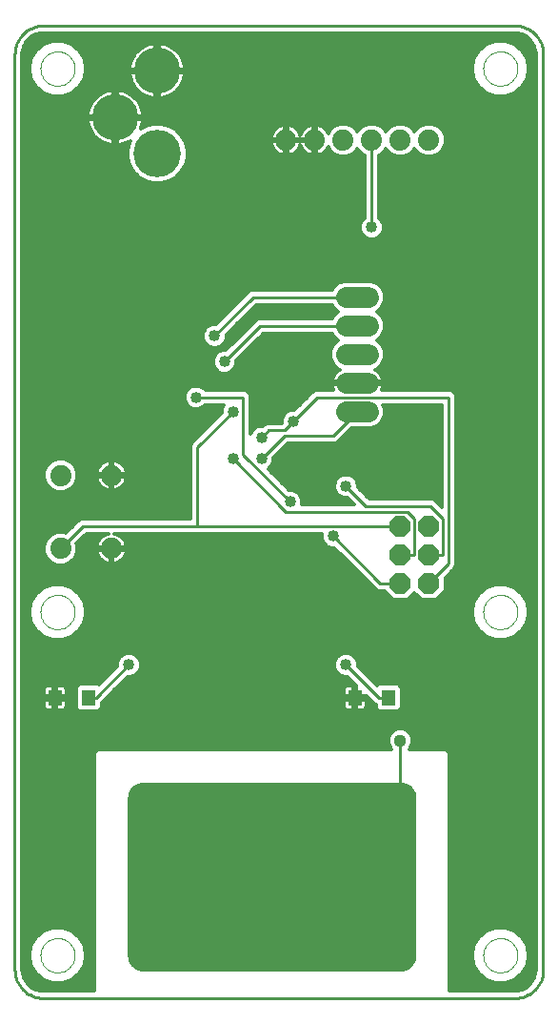
<source format=gtl>
G75*
G70*
%OFA0B0*%
%FSLAX24Y24*%
%IPPOS*%
%LPD*%
%AMOC8*
5,1,8,0,0,1.08239X$1,22.5*
%
%ADD10C,0.0100*%
%ADD11C,0.1660*%
%ADD12C,0.1620*%
%ADD13C,0.0740*%
%ADD14OC8,0.0740*%
%ADD15R,0.0472X0.0551*%
%ADD16C,0.0000*%
%ADD17C,0.0740*%
%ADD18C,0.0440*%
%ADD19C,0.0120*%
%ADD20C,0.0400*%
D10*
X000160Y001160D02*
X000160Y033160D01*
X000162Y033220D01*
X000167Y033281D01*
X000176Y033340D01*
X000189Y033399D01*
X000205Y033458D01*
X000225Y033515D01*
X000248Y033570D01*
X000275Y033625D01*
X000304Y033677D01*
X000337Y033728D01*
X000373Y033777D01*
X000411Y033823D01*
X000453Y033867D01*
X000497Y033909D01*
X000543Y033947D01*
X000592Y033983D01*
X000643Y034016D01*
X000695Y034045D01*
X000750Y034072D01*
X000805Y034095D01*
X000862Y034115D01*
X000921Y034131D01*
X000980Y034144D01*
X001039Y034153D01*
X001100Y034158D01*
X001160Y034160D01*
X017660Y034160D01*
X017720Y034158D01*
X017781Y034153D01*
X017840Y034144D01*
X017899Y034131D01*
X017958Y034115D01*
X018015Y034095D01*
X018070Y034072D01*
X018125Y034045D01*
X018177Y034016D01*
X018228Y033983D01*
X018277Y033947D01*
X018323Y033909D01*
X018367Y033867D01*
X018409Y033823D01*
X018447Y033777D01*
X018483Y033728D01*
X018516Y033677D01*
X018545Y033625D01*
X018572Y033570D01*
X018595Y033515D01*
X018615Y033458D01*
X018631Y033399D01*
X018644Y033340D01*
X018653Y033281D01*
X018658Y033220D01*
X018660Y033160D01*
X018660Y001160D01*
X018658Y001100D01*
X018653Y001039D01*
X018644Y000980D01*
X018631Y000921D01*
X018615Y000862D01*
X018595Y000805D01*
X018572Y000750D01*
X018545Y000695D01*
X018516Y000643D01*
X018483Y000592D01*
X018447Y000543D01*
X018409Y000497D01*
X018367Y000453D01*
X018323Y000411D01*
X018277Y000373D01*
X018228Y000337D01*
X018177Y000304D01*
X018125Y000275D01*
X018070Y000248D01*
X018015Y000225D01*
X017958Y000205D01*
X017899Y000189D01*
X017840Y000176D01*
X017781Y000167D01*
X017720Y000162D01*
X017660Y000160D01*
X001160Y000160D01*
X001100Y000162D01*
X001039Y000167D01*
X000980Y000176D01*
X000921Y000189D01*
X000862Y000205D01*
X000805Y000225D01*
X000750Y000248D01*
X000695Y000275D01*
X000643Y000304D01*
X000592Y000337D01*
X000543Y000373D01*
X000497Y000411D01*
X000453Y000453D01*
X000411Y000497D01*
X000373Y000543D01*
X000337Y000592D01*
X000304Y000643D01*
X000275Y000695D01*
X000248Y000750D01*
X000225Y000805D01*
X000205Y000862D01*
X000189Y000921D01*
X000176Y000980D01*
X000167Y001039D01*
X000162Y001100D01*
X000160Y001160D01*
X004168Y001573D02*
X004190Y001489D01*
X004227Y001410D01*
X004277Y001339D01*
X004339Y001277D01*
X004410Y001227D01*
X004489Y001190D01*
X004573Y001168D01*
X004660Y001160D01*
X013660Y001160D01*
X013747Y001168D01*
X013831Y001190D01*
X013910Y001227D01*
X013981Y001277D01*
X014043Y001339D01*
X014093Y001410D01*
X014130Y001489D01*
X014152Y001573D01*
X014160Y001660D01*
X014160Y007160D01*
X014152Y007247D01*
X014130Y007331D01*
X014093Y007410D01*
X014043Y007481D01*
X013981Y007543D01*
X013910Y007593D01*
X013831Y007630D01*
X013747Y007652D01*
X013660Y007660D01*
X004660Y007660D01*
X004573Y007652D01*
X004489Y007630D01*
X004410Y007593D01*
X004339Y007543D01*
X004277Y007481D01*
X004227Y007410D01*
X004190Y007331D01*
X004168Y007247D01*
X004160Y007160D01*
X004160Y001660D01*
X004168Y001573D01*
X004177Y001539D02*
X014143Y001539D01*
X014158Y001638D02*
X004162Y001638D01*
X004160Y001736D02*
X014160Y001736D01*
X014160Y001835D02*
X004160Y001835D01*
X004160Y001933D02*
X014160Y001933D01*
X014160Y002032D02*
X004160Y002032D01*
X004160Y002130D02*
X014160Y002130D01*
X014160Y002229D02*
X004160Y002229D01*
X004160Y002327D02*
X014160Y002327D01*
X014160Y002426D02*
X004160Y002426D01*
X004160Y002524D02*
X014160Y002524D01*
X014160Y002623D02*
X004160Y002623D01*
X004160Y002721D02*
X014160Y002721D01*
X014160Y002820D02*
X004160Y002820D01*
X004160Y002918D02*
X014160Y002918D01*
X014160Y003017D02*
X004160Y003017D01*
X004160Y003115D02*
X014160Y003115D01*
X014160Y003214D02*
X004160Y003214D01*
X004160Y003312D02*
X014160Y003312D01*
X014160Y003411D02*
X004160Y003411D01*
X004160Y003509D02*
X014160Y003509D01*
X014160Y003608D02*
X004160Y003608D01*
X004160Y003706D02*
X014160Y003706D01*
X014160Y003805D02*
X004160Y003805D01*
X004160Y003903D02*
X014160Y003903D01*
X014160Y004002D02*
X004160Y004002D01*
X004160Y004100D02*
X014160Y004100D01*
X014160Y004199D02*
X004160Y004199D01*
X004160Y004297D02*
X014160Y004297D01*
X014160Y004396D02*
X004160Y004396D01*
X004160Y004494D02*
X014160Y004494D01*
X014160Y004593D02*
X004160Y004593D01*
X004160Y004691D02*
X014160Y004691D01*
X014160Y004790D02*
X004160Y004790D01*
X004160Y004888D02*
X014160Y004888D01*
X014160Y004987D02*
X004160Y004987D01*
X004160Y005085D02*
X014160Y005085D01*
X014160Y005184D02*
X004160Y005184D01*
X004160Y005282D02*
X014160Y005282D01*
X014160Y005381D02*
X004160Y005381D01*
X004160Y005479D02*
X014160Y005479D01*
X014160Y005578D02*
X004160Y005578D01*
X004160Y005676D02*
X014160Y005676D01*
X014160Y005775D02*
X004160Y005775D01*
X004160Y005873D02*
X014160Y005873D01*
X014160Y005972D02*
X004160Y005972D01*
X004160Y006070D02*
X014160Y006070D01*
X014160Y006169D02*
X004160Y006169D01*
X004160Y006267D02*
X014160Y006267D01*
X014160Y006366D02*
X004160Y006366D01*
X004160Y006464D02*
X014160Y006464D01*
X014160Y006563D02*
X004160Y006563D01*
X004160Y006661D02*
X014160Y006661D01*
X014160Y006760D02*
X004160Y006760D01*
X004160Y006858D02*
X014160Y006858D01*
X014160Y006957D02*
X004160Y006957D01*
X004160Y007055D02*
X014160Y007055D01*
X014160Y007154D02*
X004160Y007154D01*
X004169Y007252D02*
X014151Y007252D01*
X014121Y007351D02*
X004199Y007351D01*
X004254Y007449D02*
X014066Y007449D01*
X013975Y007548D02*
X004345Y007548D01*
X004549Y007646D02*
X013771Y007646D01*
X013660Y007410D02*
X013660Y009160D01*
X013251Y010660D02*
X012910Y010660D01*
X011760Y011810D01*
X012960Y014660D02*
X013660Y014660D01*
X013660Y015660D02*
X014160Y015660D01*
X014160Y016910D01*
X013910Y017160D01*
X009660Y017160D01*
X007810Y019010D01*
X008160Y019160D02*
X008160Y021160D01*
X006510Y021160D01*
X007810Y020660D02*
X006560Y019410D01*
X006560Y016660D01*
X013660Y016660D01*
X014660Y015660D02*
X015160Y015660D01*
X015160Y016910D01*
X014710Y017360D01*
X012460Y017360D01*
X011760Y018060D01*
X011310Y016310D02*
X012960Y014660D01*
X014660Y014660D02*
X015360Y015360D01*
X015360Y021160D01*
X010760Y021160D01*
X009910Y020310D01*
X009610Y020010D01*
X009060Y020010D01*
X008810Y019760D01*
X008810Y019010D02*
X009610Y019810D01*
X011310Y019810D01*
X012160Y020660D01*
X012160Y023660D02*
X008760Y023660D01*
X007510Y022410D01*
X007160Y023310D02*
X008510Y024660D01*
X012160Y024660D01*
X012660Y027110D02*
X012660Y030160D01*
X008160Y019160D02*
X009810Y017510D01*
X006560Y016660D02*
X002560Y016660D01*
X001810Y015910D01*
X001770Y015880D01*
X004160Y011810D02*
X003010Y010660D01*
X002751Y010660D01*
X004213Y001441D02*
X014107Y001441D01*
X014045Y001342D02*
X004275Y001342D01*
X004386Y001244D02*
X013934Y001244D01*
D11*
X005160Y029696D03*
D12*
X003679Y030947D03*
X005150Y032579D03*
D13*
X009660Y030160D03*
X010660Y030160D03*
X011660Y030160D03*
X012660Y030160D03*
X013660Y030160D03*
X014660Y030160D03*
X003550Y018440D03*
X003550Y015880D03*
X001770Y015880D03*
X001770Y018440D03*
D14*
X013660Y016660D03*
X013660Y015660D03*
X013660Y014660D03*
X014660Y014660D03*
X014660Y015660D03*
X014660Y016660D03*
D15*
X013251Y010660D03*
X012069Y010660D03*
X002751Y010660D03*
X001569Y010660D03*
D16*
X001060Y013660D02*
X001062Y013709D01*
X001068Y013757D01*
X001078Y013805D01*
X001092Y013852D01*
X001109Y013898D01*
X001130Y013942D01*
X001155Y013984D01*
X001183Y014024D01*
X001215Y014062D01*
X001249Y014097D01*
X001286Y014129D01*
X001325Y014158D01*
X001367Y014184D01*
X001411Y014206D01*
X001456Y014224D01*
X001503Y014239D01*
X001550Y014250D01*
X001599Y014257D01*
X001648Y014260D01*
X001697Y014259D01*
X001745Y014254D01*
X001794Y014245D01*
X001841Y014232D01*
X001887Y014215D01*
X001931Y014195D01*
X001974Y014171D01*
X002015Y014144D01*
X002053Y014113D01*
X002089Y014080D01*
X002121Y014044D01*
X002151Y014005D01*
X002178Y013964D01*
X002201Y013920D01*
X002220Y013875D01*
X002236Y013829D01*
X002248Y013782D01*
X002256Y013733D01*
X002260Y013684D01*
X002260Y013636D01*
X002256Y013587D01*
X002248Y013538D01*
X002236Y013491D01*
X002220Y013445D01*
X002201Y013400D01*
X002178Y013356D01*
X002151Y013315D01*
X002121Y013276D01*
X002089Y013240D01*
X002053Y013207D01*
X002015Y013176D01*
X001974Y013149D01*
X001931Y013125D01*
X001887Y013105D01*
X001841Y013088D01*
X001794Y013075D01*
X001745Y013066D01*
X001697Y013061D01*
X001648Y013060D01*
X001599Y013063D01*
X001550Y013070D01*
X001503Y013081D01*
X001456Y013096D01*
X001411Y013114D01*
X001367Y013136D01*
X001325Y013162D01*
X001286Y013191D01*
X001249Y013223D01*
X001215Y013258D01*
X001183Y013296D01*
X001155Y013336D01*
X001130Y013378D01*
X001109Y013422D01*
X001092Y013468D01*
X001078Y013515D01*
X001068Y013563D01*
X001062Y013611D01*
X001060Y013660D01*
X001060Y001660D02*
X001062Y001709D01*
X001068Y001757D01*
X001078Y001805D01*
X001092Y001852D01*
X001109Y001898D01*
X001130Y001942D01*
X001155Y001984D01*
X001183Y002024D01*
X001215Y002062D01*
X001249Y002097D01*
X001286Y002129D01*
X001325Y002158D01*
X001367Y002184D01*
X001411Y002206D01*
X001456Y002224D01*
X001503Y002239D01*
X001550Y002250D01*
X001599Y002257D01*
X001648Y002260D01*
X001697Y002259D01*
X001745Y002254D01*
X001794Y002245D01*
X001841Y002232D01*
X001887Y002215D01*
X001931Y002195D01*
X001974Y002171D01*
X002015Y002144D01*
X002053Y002113D01*
X002089Y002080D01*
X002121Y002044D01*
X002151Y002005D01*
X002178Y001964D01*
X002201Y001920D01*
X002220Y001875D01*
X002236Y001829D01*
X002248Y001782D01*
X002256Y001733D01*
X002260Y001684D01*
X002260Y001636D01*
X002256Y001587D01*
X002248Y001538D01*
X002236Y001491D01*
X002220Y001445D01*
X002201Y001400D01*
X002178Y001356D01*
X002151Y001315D01*
X002121Y001276D01*
X002089Y001240D01*
X002053Y001207D01*
X002015Y001176D01*
X001974Y001149D01*
X001931Y001125D01*
X001887Y001105D01*
X001841Y001088D01*
X001794Y001075D01*
X001745Y001066D01*
X001697Y001061D01*
X001648Y001060D01*
X001599Y001063D01*
X001550Y001070D01*
X001503Y001081D01*
X001456Y001096D01*
X001411Y001114D01*
X001367Y001136D01*
X001325Y001162D01*
X001286Y001191D01*
X001249Y001223D01*
X001215Y001258D01*
X001183Y001296D01*
X001155Y001336D01*
X001130Y001378D01*
X001109Y001422D01*
X001092Y001468D01*
X001078Y001515D01*
X001068Y001563D01*
X001062Y001611D01*
X001060Y001660D01*
X016560Y001660D02*
X016562Y001709D01*
X016568Y001757D01*
X016578Y001805D01*
X016592Y001852D01*
X016609Y001898D01*
X016630Y001942D01*
X016655Y001984D01*
X016683Y002024D01*
X016715Y002062D01*
X016749Y002097D01*
X016786Y002129D01*
X016825Y002158D01*
X016867Y002184D01*
X016911Y002206D01*
X016956Y002224D01*
X017003Y002239D01*
X017050Y002250D01*
X017099Y002257D01*
X017148Y002260D01*
X017197Y002259D01*
X017245Y002254D01*
X017294Y002245D01*
X017341Y002232D01*
X017387Y002215D01*
X017431Y002195D01*
X017474Y002171D01*
X017515Y002144D01*
X017553Y002113D01*
X017589Y002080D01*
X017621Y002044D01*
X017651Y002005D01*
X017678Y001964D01*
X017701Y001920D01*
X017720Y001875D01*
X017736Y001829D01*
X017748Y001782D01*
X017756Y001733D01*
X017760Y001684D01*
X017760Y001636D01*
X017756Y001587D01*
X017748Y001538D01*
X017736Y001491D01*
X017720Y001445D01*
X017701Y001400D01*
X017678Y001356D01*
X017651Y001315D01*
X017621Y001276D01*
X017589Y001240D01*
X017553Y001207D01*
X017515Y001176D01*
X017474Y001149D01*
X017431Y001125D01*
X017387Y001105D01*
X017341Y001088D01*
X017294Y001075D01*
X017245Y001066D01*
X017197Y001061D01*
X017148Y001060D01*
X017099Y001063D01*
X017050Y001070D01*
X017003Y001081D01*
X016956Y001096D01*
X016911Y001114D01*
X016867Y001136D01*
X016825Y001162D01*
X016786Y001191D01*
X016749Y001223D01*
X016715Y001258D01*
X016683Y001296D01*
X016655Y001336D01*
X016630Y001378D01*
X016609Y001422D01*
X016592Y001468D01*
X016578Y001515D01*
X016568Y001563D01*
X016562Y001611D01*
X016560Y001660D01*
X016560Y013660D02*
X016562Y013709D01*
X016568Y013757D01*
X016578Y013805D01*
X016592Y013852D01*
X016609Y013898D01*
X016630Y013942D01*
X016655Y013984D01*
X016683Y014024D01*
X016715Y014062D01*
X016749Y014097D01*
X016786Y014129D01*
X016825Y014158D01*
X016867Y014184D01*
X016911Y014206D01*
X016956Y014224D01*
X017003Y014239D01*
X017050Y014250D01*
X017099Y014257D01*
X017148Y014260D01*
X017197Y014259D01*
X017245Y014254D01*
X017294Y014245D01*
X017341Y014232D01*
X017387Y014215D01*
X017431Y014195D01*
X017474Y014171D01*
X017515Y014144D01*
X017553Y014113D01*
X017589Y014080D01*
X017621Y014044D01*
X017651Y014005D01*
X017678Y013964D01*
X017701Y013920D01*
X017720Y013875D01*
X017736Y013829D01*
X017748Y013782D01*
X017756Y013733D01*
X017760Y013684D01*
X017760Y013636D01*
X017756Y013587D01*
X017748Y013538D01*
X017736Y013491D01*
X017720Y013445D01*
X017701Y013400D01*
X017678Y013356D01*
X017651Y013315D01*
X017621Y013276D01*
X017589Y013240D01*
X017553Y013207D01*
X017515Y013176D01*
X017474Y013149D01*
X017431Y013125D01*
X017387Y013105D01*
X017341Y013088D01*
X017294Y013075D01*
X017245Y013066D01*
X017197Y013061D01*
X017148Y013060D01*
X017099Y013063D01*
X017050Y013070D01*
X017003Y013081D01*
X016956Y013096D01*
X016911Y013114D01*
X016867Y013136D01*
X016825Y013162D01*
X016786Y013191D01*
X016749Y013223D01*
X016715Y013258D01*
X016683Y013296D01*
X016655Y013336D01*
X016630Y013378D01*
X016609Y013422D01*
X016592Y013468D01*
X016578Y013515D01*
X016568Y013563D01*
X016562Y013611D01*
X016560Y013660D01*
X016560Y032660D02*
X016562Y032709D01*
X016568Y032757D01*
X016578Y032805D01*
X016592Y032852D01*
X016609Y032898D01*
X016630Y032942D01*
X016655Y032984D01*
X016683Y033024D01*
X016715Y033062D01*
X016749Y033097D01*
X016786Y033129D01*
X016825Y033158D01*
X016867Y033184D01*
X016911Y033206D01*
X016956Y033224D01*
X017003Y033239D01*
X017050Y033250D01*
X017099Y033257D01*
X017148Y033260D01*
X017197Y033259D01*
X017245Y033254D01*
X017294Y033245D01*
X017341Y033232D01*
X017387Y033215D01*
X017431Y033195D01*
X017474Y033171D01*
X017515Y033144D01*
X017553Y033113D01*
X017589Y033080D01*
X017621Y033044D01*
X017651Y033005D01*
X017678Y032964D01*
X017701Y032920D01*
X017720Y032875D01*
X017736Y032829D01*
X017748Y032782D01*
X017756Y032733D01*
X017760Y032684D01*
X017760Y032636D01*
X017756Y032587D01*
X017748Y032538D01*
X017736Y032491D01*
X017720Y032445D01*
X017701Y032400D01*
X017678Y032356D01*
X017651Y032315D01*
X017621Y032276D01*
X017589Y032240D01*
X017553Y032207D01*
X017515Y032176D01*
X017474Y032149D01*
X017431Y032125D01*
X017387Y032105D01*
X017341Y032088D01*
X017294Y032075D01*
X017245Y032066D01*
X017197Y032061D01*
X017148Y032060D01*
X017099Y032063D01*
X017050Y032070D01*
X017003Y032081D01*
X016956Y032096D01*
X016911Y032114D01*
X016867Y032136D01*
X016825Y032162D01*
X016786Y032191D01*
X016749Y032223D01*
X016715Y032258D01*
X016683Y032296D01*
X016655Y032336D01*
X016630Y032378D01*
X016609Y032422D01*
X016592Y032468D01*
X016578Y032515D01*
X016568Y032563D01*
X016562Y032611D01*
X016560Y032660D01*
X001060Y032660D02*
X001062Y032709D01*
X001068Y032757D01*
X001078Y032805D01*
X001092Y032852D01*
X001109Y032898D01*
X001130Y032942D01*
X001155Y032984D01*
X001183Y033024D01*
X001215Y033062D01*
X001249Y033097D01*
X001286Y033129D01*
X001325Y033158D01*
X001367Y033184D01*
X001411Y033206D01*
X001456Y033224D01*
X001503Y033239D01*
X001550Y033250D01*
X001599Y033257D01*
X001648Y033260D01*
X001697Y033259D01*
X001745Y033254D01*
X001794Y033245D01*
X001841Y033232D01*
X001887Y033215D01*
X001931Y033195D01*
X001974Y033171D01*
X002015Y033144D01*
X002053Y033113D01*
X002089Y033080D01*
X002121Y033044D01*
X002151Y033005D01*
X002178Y032964D01*
X002201Y032920D01*
X002220Y032875D01*
X002236Y032829D01*
X002248Y032782D01*
X002256Y032733D01*
X002260Y032684D01*
X002260Y032636D01*
X002256Y032587D01*
X002248Y032538D01*
X002236Y032491D01*
X002220Y032445D01*
X002201Y032400D01*
X002178Y032356D01*
X002151Y032315D01*
X002121Y032276D01*
X002089Y032240D01*
X002053Y032207D01*
X002015Y032176D01*
X001974Y032149D01*
X001931Y032125D01*
X001887Y032105D01*
X001841Y032088D01*
X001794Y032075D01*
X001745Y032066D01*
X001697Y032061D01*
X001648Y032060D01*
X001599Y032063D01*
X001550Y032070D01*
X001503Y032081D01*
X001456Y032096D01*
X001411Y032114D01*
X001367Y032136D01*
X001325Y032162D01*
X001286Y032191D01*
X001249Y032223D01*
X001215Y032258D01*
X001183Y032296D01*
X001155Y032336D01*
X001130Y032378D01*
X001109Y032422D01*
X001092Y032468D01*
X001078Y032515D01*
X001068Y032563D01*
X001062Y032611D01*
X001060Y032660D01*
D17*
X011790Y024660D02*
X012530Y024660D01*
X012530Y023660D02*
X011790Y023660D01*
X011790Y022660D02*
X012530Y022660D01*
X012530Y021660D02*
X011790Y021660D01*
X011790Y020660D02*
X012530Y020660D01*
D18*
X013660Y009160D03*
D19*
X000637Y000637D02*
X000501Y000824D01*
X000429Y001044D01*
X000420Y001160D01*
X000420Y033160D01*
X000429Y033276D01*
X000501Y033496D01*
X000637Y033683D01*
X000824Y033819D01*
X001044Y033891D01*
X001160Y033900D01*
X017660Y033900D01*
X017776Y033891D01*
X017996Y033819D01*
X018183Y033683D01*
X018319Y033496D01*
X018391Y033276D01*
X018400Y033160D01*
X018400Y001160D01*
X018391Y001044D01*
X018319Y000824D01*
X018183Y000637D01*
X017996Y000501D01*
X017776Y000429D01*
X017660Y000420D01*
X015370Y000420D01*
X015370Y008747D01*
X015247Y008870D01*
X013978Y008870D01*
X014025Y008916D01*
X014090Y009074D01*
X014090Y009246D01*
X014025Y009404D01*
X013904Y009525D01*
X013746Y009590D01*
X013574Y009590D01*
X013416Y009525D01*
X013295Y009404D01*
X013230Y009246D01*
X013230Y009074D01*
X013295Y008916D01*
X013342Y008870D01*
X003573Y008870D01*
X003073Y008870D01*
X002950Y008747D01*
X002950Y000420D01*
X001160Y000420D01*
X001044Y000429D01*
X000824Y000501D01*
X000637Y000637D01*
X000641Y000634D02*
X002950Y000634D01*
X002950Y000516D02*
X000804Y000516D01*
X001076Y000871D02*
X000485Y000871D01*
X000447Y000990D02*
X000934Y000990D01*
X000898Y001020D02*
X001162Y000798D01*
X001162Y000798D01*
X001487Y000680D01*
X001610Y000680D01*
X001833Y000680D01*
X002158Y000798D01*
X002422Y001020D01*
X002422Y001020D01*
X002422Y001020D01*
X002595Y001320D01*
X002655Y001660D01*
X002595Y002000D01*
X002595Y002000D01*
X002422Y002300D01*
X002158Y002522D01*
X002158Y002522D01*
X001833Y002640D01*
X001487Y002640D01*
X001162Y002522D01*
X000898Y002300D01*
X000898Y002300D01*
X000725Y002000D01*
X000665Y001660D01*
X000725Y001320D01*
X000725Y001320D01*
X000898Y001020D01*
X000898Y001020D01*
X000847Y001108D02*
X000424Y001108D01*
X000420Y001227D02*
X000779Y001227D01*
X000720Y001345D02*
X000420Y001345D01*
X000420Y001464D02*
X000700Y001464D01*
X000679Y001582D02*
X000420Y001582D01*
X000420Y001701D02*
X000672Y001701D01*
X000665Y001660D02*
X000665Y001660D01*
X000693Y001819D02*
X000420Y001819D01*
X000420Y001938D02*
X000714Y001938D01*
X000725Y002000D02*
X000725Y002000D01*
X000757Y002056D02*
X000420Y002056D01*
X000420Y002175D02*
X000825Y002175D01*
X000894Y002293D02*
X000420Y002293D01*
X000420Y002412D02*
X001031Y002412D01*
X001185Y002530D02*
X000420Y002530D01*
X000420Y002649D02*
X002950Y002649D01*
X002950Y002767D02*
X000420Y002767D01*
X000420Y002886D02*
X002950Y002886D01*
X002950Y003004D02*
X000420Y003004D01*
X000420Y003123D02*
X002950Y003123D01*
X002950Y003241D02*
X000420Y003241D01*
X000420Y003360D02*
X002950Y003360D01*
X002950Y003478D02*
X000420Y003478D01*
X000420Y003597D02*
X002950Y003597D01*
X002950Y003715D02*
X000420Y003715D01*
X000420Y003834D02*
X002950Y003834D01*
X002950Y003952D02*
X000420Y003952D01*
X000420Y004071D02*
X002950Y004071D01*
X002950Y004189D02*
X000420Y004189D01*
X000420Y004308D02*
X002950Y004308D01*
X002950Y004426D02*
X000420Y004426D01*
X000420Y004545D02*
X002950Y004545D01*
X002950Y004663D02*
X000420Y004663D01*
X000420Y004782D02*
X002950Y004782D01*
X002950Y004900D02*
X000420Y004900D01*
X000420Y005019D02*
X002950Y005019D01*
X002950Y005137D02*
X000420Y005137D01*
X000420Y005256D02*
X002950Y005256D01*
X002950Y005374D02*
X000420Y005374D01*
X000420Y005493D02*
X002950Y005493D01*
X002950Y005611D02*
X000420Y005611D01*
X000420Y005730D02*
X002950Y005730D01*
X002950Y005848D02*
X000420Y005848D01*
X000420Y005967D02*
X002950Y005967D01*
X002950Y006085D02*
X000420Y006085D01*
X000420Y006204D02*
X002950Y006204D01*
X002950Y006322D02*
X000420Y006322D01*
X000420Y006441D02*
X002950Y006441D01*
X002950Y006559D02*
X000420Y006559D01*
X000420Y006678D02*
X002950Y006678D01*
X002950Y006796D02*
X000420Y006796D01*
X000420Y006915D02*
X002950Y006915D01*
X002950Y007033D02*
X000420Y007033D01*
X000420Y007152D02*
X002950Y007152D01*
X002950Y007270D02*
X000420Y007270D01*
X000420Y007389D02*
X002950Y007389D01*
X002950Y007507D02*
X000420Y007507D01*
X000420Y007626D02*
X002950Y007626D01*
X002950Y007744D02*
X000420Y007744D01*
X000420Y007863D02*
X002950Y007863D01*
X002950Y007981D02*
X000420Y007981D01*
X000420Y008100D02*
X002950Y008100D01*
X002950Y008218D02*
X000420Y008218D01*
X000420Y008337D02*
X002950Y008337D01*
X002950Y008455D02*
X000420Y008455D01*
X000420Y008574D02*
X002950Y008574D01*
X002950Y008692D02*
X000420Y008692D01*
X000420Y008811D02*
X003014Y008811D01*
X003074Y010174D02*
X002427Y010174D01*
X002304Y010297D01*
X002304Y011023D01*
X002427Y011146D01*
X003074Y011146D01*
X003101Y011119D01*
X003750Y011768D01*
X003750Y011892D01*
X003812Y012042D01*
X003928Y012158D01*
X004078Y012220D01*
X004242Y012220D01*
X004392Y012158D01*
X004508Y012042D01*
X004570Y011892D01*
X004570Y011728D01*
X004508Y011578D01*
X004392Y011462D01*
X004242Y011400D01*
X004118Y011400D01*
X003230Y010513D01*
X003197Y010479D01*
X003197Y010297D01*
X003074Y010174D01*
X003132Y010233D02*
X011782Y010233D01*
X011771Y010235D02*
X011812Y010224D01*
X012011Y010224D01*
X012011Y010602D01*
X011673Y010602D01*
X011673Y010363D01*
X011684Y010323D01*
X011705Y010286D01*
X011735Y010256D01*
X011771Y010235D01*
X011677Y010351D02*
X003197Y010351D01*
X003197Y010470D02*
X011673Y010470D01*
X011673Y010588D02*
X003306Y010588D01*
X003424Y010707D02*
X012011Y010707D01*
X012011Y010718D02*
X012011Y010602D01*
X012128Y010602D01*
X012128Y010718D01*
X012466Y010718D01*
X012466Y010737D01*
X012690Y010513D01*
X012763Y010440D01*
X012804Y010422D01*
X012804Y010297D01*
X012927Y010174D01*
X013574Y010174D01*
X013697Y010297D01*
X013697Y011023D01*
X013574Y011146D01*
X012927Y011146D01*
X012860Y011078D01*
X012170Y011768D01*
X012170Y011892D01*
X012108Y012042D01*
X011992Y012158D01*
X011842Y012220D01*
X011678Y012220D01*
X011528Y012158D01*
X011412Y012042D01*
X011350Y011892D01*
X011350Y011728D01*
X011412Y011578D01*
X011528Y011462D01*
X011678Y011400D01*
X011802Y011400D01*
X012128Y011075D01*
X012128Y010718D01*
X012011Y010718D01*
X011673Y010718D01*
X011673Y010957D01*
X011684Y010997D01*
X011705Y011034D01*
X011735Y011064D01*
X011771Y011085D01*
X011812Y011096D01*
X012011Y011096D01*
X012011Y010718D01*
X012011Y010825D02*
X012128Y010825D01*
X012128Y010707D02*
X012496Y010707D01*
X012466Y010602D02*
X012128Y010602D01*
X012128Y010224D01*
X012327Y010224D01*
X012367Y010235D01*
X012404Y010256D01*
X012434Y010286D01*
X012455Y010323D01*
X012466Y010363D01*
X012466Y010602D01*
X012466Y010588D02*
X012614Y010588D01*
X012733Y010470D02*
X012466Y010470D01*
X012462Y010351D02*
X012804Y010351D01*
X012869Y010233D02*
X012357Y010233D01*
X012128Y010233D02*
X012011Y010233D01*
X012011Y010351D02*
X012128Y010351D01*
X012128Y010470D02*
X012011Y010470D01*
X012011Y010588D02*
X012128Y010588D01*
X012128Y010944D02*
X012011Y010944D01*
X012011Y011062D02*
X012128Y011062D01*
X012022Y011181D02*
X003898Y011181D01*
X004017Y011299D02*
X011903Y011299D01*
X011733Y011062D02*
X003780Y011062D01*
X003661Y010944D02*
X011673Y010944D01*
X011673Y010825D02*
X003543Y010825D01*
X003281Y011299D02*
X000420Y011299D01*
X000420Y011181D02*
X003163Y011181D01*
X003400Y011418D02*
X000420Y011418D01*
X000420Y011536D02*
X003518Y011536D01*
X003637Y011655D02*
X000420Y011655D01*
X000420Y011773D02*
X003750Y011773D01*
X003750Y011892D02*
X000420Y011892D01*
X000420Y012010D02*
X003799Y012010D01*
X003899Y012129D02*
X000420Y012129D01*
X000420Y012247D02*
X018400Y012247D01*
X018400Y012129D02*
X012021Y012129D01*
X012121Y012010D02*
X018400Y012010D01*
X018400Y011892D02*
X012170Y011892D01*
X012170Y011773D02*
X018400Y011773D01*
X018400Y011655D02*
X012283Y011655D01*
X012402Y011536D02*
X018400Y011536D01*
X018400Y011418D02*
X012520Y011418D01*
X012639Y011299D02*
X018400Y011299D01*
X018400Y011181D02*
X012757Y011181D01*
X013657Y011062D02*
X018400Y011062D01*
X018400Y010944D02*
X013697Y010944D01*
X013697Y010825D02*
X018400Y010825D01*
X018400Y010707D02*
X013697Y010707D01*
X013697Y010588D02*
X018400Y010588D01*
X018400Y010470D02*
X013697Y010470D01*
X013697Y010351D02*
X018400Y010351D01*
X018400Y010233D02*
X013632Y010233D01*
X013413Y009522D02*
X000420Y009522D01*
X000420Y009640D02*
X018400Y009640D01*
X018400Y009522D02*
X013907Y009522D01*
X014025Y009403D02*
X018400Y009403D01*
X018400Y009285D02*
X014074Y009285D01*
X014090Y009166D02*
X018400Y009166D01*
X018400Y009048D02*
X014079Y009048D01*
X014030Y008929D02*
X018400Y008929D01*
X018400Y008811D02*
X015306Y008811D01*
X015370Y008692D02*
X018400Y008692D01*
X018400Y008574D02*
X015370Y008574D01*
X015370Y008455D02*
X018400Y008455D01*
X018400Y008337D02*
X015370Y008337D01*
X015370Y008218D02*
X018400Y008218D01*
X018400Y008100D02*
X015370Y008100D01*
X015370Y007981D02*
X018400Y007981D01*
X018400Y007863D02*
X015370Y007863D01*
X015370Y007744D02*
X018400Y007744D01*
X018400Y007626D02*
X015370Y007626D01*
X015370Y007507D02*
X018400Y007507D01*
X018400Y007389D02*
X015370Y007389D01*
X015370Y007270D02*
X018400Y007270D01*
X018400Y007152D02*
X015370Y007152D01*
X015370Y007033D02*
X018400Y007033D01*
X018400Y006915D02*
X015370Y006915D01*
X015370Y006796D02*
X018400Y006796D01*
X018400Y006678D02*
X015370Y006678D01*
X015370Y006559D02*
X018400Y006559D01*
X018400Y006441D02*
X015370Y006441D01*
X015370Y006322D02*
X018400Y006322D01*
X018400Y006204D02*
X015370Y006204D01*
X015370Y006085D02*
X018400Y006085D01*
X018400Y005967D02*
X015370Y005967D01*
X015370Y005848D02*
X018400Y005848D01*
X018400Y005730D02*
X015370Y005730D01*
X015370Y005611D02*
X018400Y005611D01*
X018400Y005493D02*
X015370Y005493D01*
X015370Y005374D02*
X018400Y005374D01*
X018400Y005256D02*
X015370Y005256D01*
X015370Y005137D02*
X018400Y005137D01*
X018400Y005019D02*
X015370Y005019D01*
X015370Y004900D02*
X018400Y004900D01*
X018400Y004782D02*
X015370Y004782D01*
X015370Y004663D02*
X018400Y004663D01*
X018400Y004545D02*
X015370Y004545D01*
X015370Y004426D02*
X018400Y004426D01*
X018400Y004308D02*
X015370Y004308D01*
X015370Y004189D02*
X018400Y004189D01*
X018400Y004071D02*
X015370Y004071D01*
X015370Y003952D02*
X018400Y003952D01*
X018400Y003834D02*
X015370Y003834D01*
X015370Y003715D02*
X018400Y003715D01*
X018400Y003597D02*
X015370Y003597D01*
X015370Y003478D02*
X018400Y003478D01*
X018400Y003360D02*
X015370Y003360D01*
X015370Y003241D02*
X018400Y003241D01*
X018400Y003123D02*
X015370Y003123D01*
X015370Y003004D02*
X018400Y003004D01*
X018400Y002886D02*
X015370Y002886D01*
X015370Y002767D02*
X018400Y002767D01*
X018400Y002649D02*
X015370Y002649D01*
X015370Y002530D02*
X016685Y002530D01*
X016662Y002522D02*
X016662Y002522D01*
X016398Y002300D01*
X016398Y002300D01*
X016225Y002000D01*
X016165Y001660D01*
X016225Y001320D01*
X016225Y001320D01*
X016398Y001020D01*
X016662Y000798D01*
X016662Y000798D01*
X016987Y000680D01*
X017210Y000680D01*
X017333Y000680D01*
X017658Y000798D01*
X017922Y001020D01*
X017922Y001020D01*
X017922Y001020D01*
X018095Y001320D01*
X018155Y001660D01*
X018095Y002000D01*
X018095Y002000D01*
X017922Y002300D01*
X017658Y002522D01*
X017658Y002522D01*
X017333Y002640D01*
X016987Y002640D01*
X016662Y002522D01*
X016531Y002412D02*
X015370Y002412D01*
X015370Y002293D02*
X016394Y002293D01*
X016398Y002300D02*
X016398Y002300D01*
X016325Y002175D02*
X015370Y002175D01*
X015370Y002056D02*
X016257Y002056D01*
X016225Y002000D02*
X016225Y002000D01*
X016214Y001938D02*
X015370Y001938D01*
X015370Y001819D02*
X016193Y001819D01*
X016172Y001701D02*
X015370Y001701D01*
X015370Y001582D02*
X016179Y001582D01*
X016165Y001660D02*
X016165Y001660D01*
X016200Y001464D02*
X015370Y001464D01*
X015370Y001345D02*
X016220Y001345D01*
X016279Y001227D02*
X015370Y001227D01*
X015370Y001108D02*
X016347Y001108D01*
X016398Y001020D02*
X016398Y001020D01*
X016434Y000990D02*
X015370Y000990D01*
X015370Y000871D02*
X016576Y000871D01*
X016788Y000753D02*
X015370Y000753D01*
X015370Y000634D02*
X018179Y000634D01*
X018267Y000753D02*
X017532Y000753D01*
X017658Y000798D02*
X017658Y000798D01*
X017744Y000871D02*
X018335Y000871D01*
X018373Y000990D02*
X017886Y000990D01*
X017973Y001108D02*
X018396Y001108D01*
X018400Y001227D02*
X018041Y001227D01*
X018095Y001320D02*
X018095Y001320D01*
X018100Y001345D02*
X018400Y001345D01*
X018400Y001464D02*
X018120Y001464D01*
X018141Y001582D02*
X018400Y001582D01*
X018400Y001701D02*
X018148Y001701D01*
X018155Y001660D02*
X018155Y001660D01*
X018127Y001819D02*
X018400Y001819D01*
X018400Y001938D02*
X018106Y001938D01*
X018063Y002056D02*
X018400Y002056D01*
X018400Y002175D02*
X017995Y002175D01*
X017926Y002293D02*
X018400Y002293D01*
X018400Y002412D02*
X017789Y002412D01*
X017922Y002300D02*
X017922Y002300D01*
X017635Y002530D02*
X018400Y002530D01*
X018016Y000516D02*
X015370Y000516D01*
X017333Y000680D02*
X017333Y000680D01*
X013290Y008929D02*
X000420Y008929D01*
X000420Y009048D02*
X013241Y009048D01*
X013230Y009166D02*
X000420Y009166D01*
X000420Y009285D02*
X013246Y009285D01*
X013295Y009403D02*
X000420Y009403D01*
X000420Y009759D02*
X018400Y009759D01*
X018400Y009877D02*
X000420Y009877D01*
X000420Y009996D02*
X018400Y009996D01*
X018400Y010114D02*
X000420Y010114D01*
X000420Y010233D02*
X001282Y010233D01*
X001271Y010235D02*
X001312Y010224D01*
X001511Y010224D01*
X001511Y010602D01*
X001173Y010602D01*
X001173Y010363D01*
X001184Y010323D01*
X001205Y010286D01*
X001235Y010256D01*
X001271Y010235D01*
X001177Y010351D02*
X000420Y010351D01*
X000420Y010470D02*
X001173Y010470D01*
X001173Y010588D02*
X000420Y010588D01*
X000420Y010707D02*
X001511Y010707D01*
X001511Y010718D02*
X001511Y010602D01*
X001628Y010602D01*
X001628Y010718D01*
X001966Y010718D01*
X001966Y010957D01*
X001955Y010997D01*
X001934Y011034D01*
X001904Y011064D01*
X001867Y011085D01*
X001827Y011096D01*
X001628Y011096D01*
X001628Y010718D01*
X001511Y010718D01*
X001173Y010718D01*
X001173Y010957D01*
X001184Y010997D01*
X001205Y011034D01*
X001235Y011064D01*
X001271Y011085D01*
X001312Y011096D01*
X001511Y011096D01*
X001511Y010718D01*
X001511Y010825D02*
X001628Y010825D01*
X001628Y010707D02*
X002304Y010707D01*
X002304Y010825D02*
X001966Y010825D01*
X001966Y010944D02*
X002304Y010944D01*
X002344Y011062D02*
X001906Y011062D01*
X001628Y011062D02*
X001511Y011062D01*
X001511Y010944D02*
X001628Y010944D01*
X001628Y010602D02*
X001966Y010602D01*
X001966Y010363D01*
X001955Y010323D01*
X001934Y010286D01*
X001904Y010256D01*
X001867Y010235D01*
X001827Y010224D01*
X001628Y010224D01*
X001628Y010602D01*
X001628Y010588D02*
X001511Y010588D01*
X001511Y010470D02*
X001628Y010470D01*
X001628Y010351D02*
X001511Y010351D01*
X001511Y010233D02*
X001628Y010233D01*
X001857Y010233D02*
X002369Y010233D01*
X002304Y010351D02*
X001962Y010351D01*
X001966Y010470D02*
X002304Y010470D01*
X002304Y010588D02*
X001966Y010588D01*
X001173Y010825D02*
X000420Y010825D01*
X000420Y010944D02*
X001173Y010944D01*
X001233Y011062D02*
X000420Y011062D01*
X000420Y012366D02*
X018400Y012366D01*
X018400Y012484D02*
X000420Y012484D01*
X000420Y012603D02*
X018400Y012603D01*
X018400Y012721D02*
X017446Y012721D01*
X017333Y012680D02*
X017658Y012798D01*
X017922Y013020D01*
X017922Y013020D01*
X017922Y013020D01*
X018095Y013320D01*
X018155Y013660D01*
X018095Y014000D01*
X018095Y014000D01*
X017922Y014300D01*
X017658Y014522D01*
X017658Y014522D01*
X017333Y014640D01*
X016987Y014640D01*
X016662Y014522D01*
X016398Y014300D01*
X016398Y014300D01*
X016225Y014000D01*
X016165Y013660D01*
X016225Y013320D01*
X016225Y013320D01*
X016398Y013020D01*
X016662Y012798D01*
X016662Y012798D01*
X016987Y012680D01*
X017110Y012680D01*
X017333Y012680D01*
X017658Y012798D02*
X017658Y012798D01*
X017707Y012840D02*
X018400Y012840D01*
X018400Y012958D02*
X017848Y012958D01*
X017955Y013077D02*
X018400Y013077D01*
X018400Y013195D02*
X018023Y013195D01*
X018092Y013314D02*
X018400Y013314D01*
X018400Y013432D02*
X018115Y013432D01*
X018095Y013320D02*
X018095Y013320D01*
X018136Y013551D02*
X018400Y013551D01*
X018400Y013669D02*
X018154Y013669D01*
X018155Y013660D02*
X018155Y013660D01*
X018133Y013788D02*
X018400Y013788D01*
X018400Y013906D02*
X018112Y013906D01*
X018081Y014025D02*
X018400Y014025D01*
X018400Y014143D02*
X018013Y014143D01*
X017944Y014262D02*
X018400Y014262D01*
X018400Y014380D02*
X017827Y014380D01*
X017922Y014300D02*
X017922Y014300D01*
X017685Y014499D02*
X018400Y014499D01*
X018400Y014617D02*
X017396Y014617D01*
X016924Y014617D02*
X015240Y014617D01*
X015240Y014499D02*
X016635Y014499D01*
X016662Y014522D02*
X016662Y014522D01*
X016493Y014380D02*
X015200Y014380D01*
X015240Y014420D02*
X015240Y014872D01*
X015507Y015140D01*
X015580Y015213D01*
X015620Y015308D01*
X015620Y021212D01*
X015580Y021307D01*
X015507Y021380D01*
X015412Y021420D01*
X013003Y021420D01*
X013021Y021457D01*
X013047Y021536D01*
X013059Y021610D01*
X012210Y021610D01*
X012210Y021710D01*
X013059Y021710D01*
X013047Y021784D01*
X013021Y021863D01*
X012983Y021938D01*
X012934Y022005D01*
X012875Y022064D01*
X012808Y022113D01*
X012771Y022132D01*
X012859Y022168D01*
X013022Y022331D01*
X013110Y022545D01*
X013110Y022775D01*
X013022Y022989D01*
X012859Y023152D01*
X012839Y023160D01*
X012859Y023168D01*
X013022Y023331D01*
X013110Y023545D01*
X013110Y023775D01*
X013022Y023989D01*
X012859Y024152D01*
X012839Y024160D01*
X012859Y024168D01*
X013022Y024331D01*
X013110Y024545D01*
X013110Y024775D01*
X013022Y024989D01*
X012859Y025152D01*
X012645Y025240D01*
X011675Y025240D01*
X011461Y025152D01*
X011298Y024989D01*
X011270Y024920D01*
X008458Y024920D01*
X008363Y024880D01*
X008290Y024807D01*
X007202Y023720D01*
X007078Y023720D01*
X006928Y023658D01*
X006812Y023542D01*
X006750Y023392D01*
X006750Y023228D01*
X006812Y023078D01*
X006928Y022962D01*
X007078Y022900D01*
X007242Y022900D01*
X007392Y022962D01*
X007508Y023078D01*
X007570Y023228D01*
X007570Y023352D01*
X008618Y024400D01*
X011270Y024400D01*
X011298Y024331D01*
X011461Y024168D01*
X011481Y024160D01*
X011461Y024152D01*
X011298Y023989D01*
X011270Y023920D01*
X008708Y023920D01*
X008613Y023880D01*
X008540Y023807D01*
X007552Y022820D01*
X007428Y022820D01*
X007278Y022758D01*
X007162Y022642D01*
X007100Y022492D01*
X007100Y022328D01*
X007162Y022178D01*
X007278Y022062D01*
X007428Y022000D01*
X007592Y022000D01*
X007742Y022062D01*
X007858Y022178D01*
X007920Y022328D01*
X007920Y022452D01*
X008868Y023400D01*
X011270Y023400D01*
X011298Y023331D01*
X011461Y023168D01*
X011481Y023160D01*
X011461Y023152D01*
X011298Y022989D01*
X011210Y022775D01*
X011210Y022545D01*
X011298Y022331D01*
X011461Y022168D01*
X011549Y022132D01*
X011512Y022113D01*
X011445Y022064D01*
X011386Y022005D01*
X011337Y021938D01*
X011299Y021863D01*
X011273Y021784D01*
X011261Y021710D01*
X012110Y021710D01*
X012110Y021610D01*
X011261Y021610D01*
X011273Y021536D01*
X011299Y021457D01*
X011317Y021420D01*
X010708Y021420D01*
X010613Y021380D01*
X009952Y020720D01*
X009828Y020720D01*
X009678Y020658D01*
X009562Y020542D01*
X008420Y020542D01*
X008420Y020424D02*
X009513Y020424D01*
X009500Y020392D02*
X009500Y020270D01*
X009008Y020270D01*
X008913Y020230D01*
X008852Y020170D01*
X008728Y020170D01*
X008578Y020108D01*
X008462Y019992D01*
X008420Y019890D01*
X008420Y021212D01*
X008380Y021307D01*
X008307Y021380D01*
X008212Y021420D01*
X006830Y021420D01*
X006742Y021508D01*
X006592Y021570D01*
X006428Y021570D01*
X006278Y021508D01*
X006162Y021392D01*
X006100Y021242D01*
X006100Y021078D01*
X006162Y020928D01*
X006278Y020812D01*
X006428Y020750D01*
X006592Y020750D01*
X006742Y020812D01*
X006830Y020900D01*
X007470Y020900D01*
X007462Y020892D01*
X007400Y020742D01*
X007400Y020618D01*
X006413Y019630D01*
X006340Y019557D01*
X006300Y019462D01*
X006300Y016920D01*
X002508Y016920D01*
X002413Y016880D01*
X001961Y016429D01*
X001885Y016460D01*
X001655Y016460D01*
X001441Y016372D01*
X001278Y016209D01*
X001190Y015995D01*
X001190Y015765D01*
X001278Y015551D01*
X001441Y015388D01*
X001655Y015300D01*
X001885Y015300D01*
X002099Y015388D01*
X002262Y015551D01*
X002350Y015765D01*
X002350Y015995D01*
X002325Y016057D01*
X002668Y016400D01*
X003445Y016400D01*
X003426Y016397D01*
X003347Y016371D01*
X003272Y016333D01*
X003205Y016284D01*
X003146Y016225D01*
X003097Y016158D01*
X003059Y016083D01*
X003033Y016004D01*
X003020Y015922D01*
X003020Y015920D01*
X003510Y015920D01*
X003510Y015840D01*
X003590Y015840D01*
X003590Y015920D01*
X004080Y015920D01*
X004080Y015922D01*
X004067Y016004D01*
X004041Y016083D01*
X004003Y016158D01*
X003954Y016225D01*
X003895Y016284D01*
X003828Y016333D01*
X003753Y016371D01*
X003674Y016397D01*
X003655Y016400D01*
X010903Y016400D01*
X010900Y016392D01*
X010900Y016228D01*
X010962Y016078D01*
X011078Y015962D01*
X011228Y015900D01*
X011352Y015900D01*
X012740Y014513D01*
X012813Y014440D01*
X012908Y014400D01*
X013100Y014400D01*
X013420Y014080D01*
X013900Y014080D01*
X014160Y014340D01*
X014420Y014080D01*
X014900Y014080D01*
X015240Y014420D01*
X015082Y014262D02*
X016376Y014262D01*
X016398Y014300D02*
X016398Y014300D01*
X016307Y014143D02*
X014963Y014143D01*
X015240Y014736D02*
X018400Y014736D01*
X018400Y014854D02*
X015240Y014854D01*
X015340Y014973D02*
X018400Y014973D01*
X018400Y015091D02*
X015459Y015091D01*
X015577Y015210D02*
X018400Y015210D01*
X018400Y015328D02*
X015620Y015328D01*
X015620Y015447D02*
X018400Y015447D01*
X018400Y015565D02*
X015620Y015565D01*
X015620Y015684D02*
X018400Y015684D01*
X018400Y015802D02*
X015620Y015802D01*
X015620Y015921D02*
X018400Y015921D01*
X018400Y016039D02*
X015620Y016039D01*
X015620Y016158D02*
X018400Y016158D01*
X018400Y016276D02*
X015620Y016276D01*
X015620Y016395D02*
X018400Y016395D01*
X018400Y016513D02*
X015620Y016513D01*
X015620Y016632D02*
X018400Y016632D01*
X018400Y016750D02*
X015620Y016750D01*
X015620Y016869D02*
X018400Y016869D01*
X018400Y016987D02*
X015620Y016987D01*
X015620Y017106D02*
X018400Y017106D01*
X018400Y017224D02*
X015620Y017224D01*
X015620Y017343D02*
X018400Y017343D01*
X018400Y017461D02*
X015620Y017461D01*
X015620Y017580D02*
X018400Y017580D01*
X018400Y017698D02*
X015620Y017698D01*
X015620Y017817D02*
X018400Y017817D01*
X018400Y017935D02*
X015620Y017935D01*
X015620Y018054D02*
X018400Y018054D01*
X018400Y018172D02*
X015620Y018172D01*
X015620Y018291D02*
X018400Y018291D01*
X018400Y018409D02*
X015620Y018409D01*
X015620Y018528D02*
X018400Y018528D01*
X018400Y018646D02*
X015620Y018646D01*
X015620Y018765D02*
X018400Y018765D01*
X018400Y018883D02*
X015620Y018883D01*
X015620Y019002D02*
X018400Y019002D01*
X018400Y019120D02*
X015620Y019120D01*
X015620Y019239D02*
X018400Y019239D01*
X018400Y019357D02*
X015620Y019357D01*
X015620Y019476D02*
X018400Y019476D01*
X018400Y019594D02*
X015620Y019594D01*
X015620Y019713D02*
X018400Y019713D01*
X018400Y019831D02*
X015620Y019831D01*
X015620Y019950D02*
X018400Y019950D01*
X018400Y020068D02*
X015620Y020068D01*
X015620Y020187D02*
X018400Y020187D01*
X018400Y020305D02*
X015620Y020305D01*
X015620Y020424D02*
X018400Y020424D01*
X018400Y020542D02*
X015620Y020542D01*
X015620Y020661D02*
X018400Y020661D01*
X018400Y020779D02*
X015620Y020779D01*
X015620Y020898D02*
X018400Y020898D01*
X018400Y021016D02*
X015620Y021016D01*
X015620Y021135D02*
X018400Y021135D01*
X018400Y021253D02*
X015603Y021253D01*
X015516Y021372D02*
X018400Y021372D01*
X018400Y021490D02*
X013032Y021490D01*
X013058Y021609D02*
X018400Y021609D01*
X018400Y021727D02*
X013056Y021727D01*
X013027Y021846D02*
X018400Y021846D01*
X018400Y021964D02*
X012964Y021964D01*
X012850Y022083D02*
X018400Y022083D01*
X018400Y022201D02*
X012891Y022201D01*
X013010Y022320D02*
X018400Y022320D01*
X018400Y022438D02*
X013066Y022438D01*
X013110Y022557D02*
X018400Y022557D01*
X018400Y022675D02*
X013110Y022675D01*
X013102Y022794D02*
X018400Y022794D01*
X018400Y022912D02*
X013053Y022912D01*
X012980Y023031D02*
X018400Y023031D01*
X018400Y023149D02*
X012861Y023149D01*
X012958Y023268D02*
X018400Y023268D01*
X018400Y023386D02*
X013044Y023386D01*
X013093Y023505D02*
X018400Y023505D01*
X018400Y023623D02*
X013110Y023623D01*
X013110Y023742D02*
X018400Y023742D01*
X018400Y023860D02*
X013075Y023860D01*
X013026Y023979D02*
X018400Y023979D01*
X018400Y024097D02*
X012913Y024097D01*
X012906Y024216D02*
X018400Y024216D01*
X018400Y024334D02*
X013023Y024334D01*
X013072Y024453D02*
X018400Y024453D01*
X018400Y024571D02*
X013110Y024571D01*
X013110Y024690D02*
X018400Y024690D01*
X018400Y024808D02*
X013096Y024808D01*
X013047Y024927D02*
X018400Y024927D01*
X018400Y025045D02*
X012965Y025045D01*
X012830Y025164D02*
X018400Y025164D01*
X018400Y025282D02*
X000420Y025282D01*
X000420Y025164D02*
X011490Y025164D01*
X011355Y025045D02*
X000420Y025045D01*
X000420Y024927D02*
X011273Y024927D01*
X011297Y024334D02*
X008552Y024334D01*
X008433Y024216D02*
X011414Y024216D01*
X011407Y024097D02*
X008315Y024097D01*
X008196Y023979D02*
X011294Y023979D01*
X011276Y023386D02*
X008854Y023386D01*
X008735Y023268D02*
X011362Y023268D01*
X011459Y023149D02*
X008617Y023149D01*
X008498Y023031D02*
X011340Y023031D01*
X011267Y022912D02*
X008380Y022912D01*
X008261Y022794D02*
X011218Y022794D01*
X011210Y022675D02*
X008143Y022675D01*
X008024Y022557D02*
X011210Y022557D01*
X011254Y022438D02*
X007920Y022438D01*
X007916Y022320D02*
X011310Y022320D01*
X011429Y022201D02*
X007867Y022201D01*
X007762Y022083D02*
X011470Y022083D01*
X011356Y021964D02*
X000420Y021964D01*
X000420Y021846D02*
X011293Y021846D01*
X011264Y021727D02*
X000420Y021727D01*
X000420Y021609D02*
X011262Y021609D01*
X011288Y021490D02*
X006760Y021490D01*
X006260Y021490D02*
X000420Y021490D01*
X000420Y021372D02*
X006154Y021372D01*
X006105Y021253D02*
X000420Y021253D01*
X000420Y021135D02*
X006100Y021135D01*
X006126Y021016D02*
X000420Y021016D01*
X000420Y020898D02*
X006193Y020898D01*
X006358Y020779D02*
X000420Y020779D01*
X000420Y020661D02*
X007400Y020661D01*
X007416Y020779D02*
X006662Y020779D01*
X006827Y020898D02*
X007468Y020898D01*
X007324Y020542D02*
X000420Y020542D01*
X000420Y020424D02*
X007206Y020424D01*
X007087Y020305D02*
X000420Y020305D01*
X000420Y020187D02*
X006969Y020187D01*
X006850Y020068D02*
X000420Y020068D01*
X000420Y019950D02*
X006732Y019950D01*
X006613Y019831D02*
X000420Y019831D01*
X000420Y019713D02*
X006495Y019713D01*
X006376Y019594D02*
X000420Y019594D01*
X000420Y019476D02*
X006306Y019476D01*
X006300Y019357D02*
X000420Y019357D01*
X000420Y019239D02*
X006300Y019239D01*
X006300Y019120D02*
X000420Y019120D01*
X000420Y019002D02*
X001610Y019002D01*
X001655Y019020D02*
X001441Y018932D01*
X001278Y018769D01*
X001190Y018555D01*
X001190Y018325D01*
X001278Y018111D01*
X001441Y017948D01*
X001655Y017860D01*
X001885Y017860D01*
X002099Y017948D01*
X002262Y018111D01*
X002350Y018325D01*
X002350Y018555D01*
X002262Y018769D01*
X002099Y018932D01*
X001885Y019020D01*
X001655Y019020D01*
X001393Y018883D02*
X000420Y018883D01*
X000420Y018765D02*
X001277Y018765D01*
X001228Y018646D02*
X000420Y018646D01*
X000420Y018528D02*
X001190Y018528D01*
X001190Y018409D02*
X000420Y018409D01*
X000420Y018291D02*
X001204Y018291D01*
X001253Y018172D02*
X000420Y018172D01*
X000420Y018054D02*
X001336Y018054D01*
X001473Y017935D02*
X000420Y017935D01*
X000420Y017817D02*
X006300Y017817D01*
X006300Y017935D02*
X003711Y017935D01*
X003674Y017923D02*
X003753Y017949D01*
X003828Y017987D01*
X003895Y018036D01*
X003954Y018095D01*
X004003Y018162D01*
X004041Y018237D01*
X004067Y018316D01*
X004080Y018398D01*
X004080Y018400D01*
X003590Y018400D01*
X003590Y018480D01*
X003510Y018480D01*
X003510Y018970D01*
X003508Y018970D01*
X003426Y018957D01*
X003347Y018931D01*
X003272Y018893D01*
X003205Y018844D01*
X003146Y018785D01*
X003097Y018718D01*
X003059Y018643D01*
X003033Y018564D01*
X003020Y018482D01*
X003020Y018480D01*
X003510Y018480D01*
X003510Y018400D01*
X003020Y018400D01*
X003020Y018398D01*
X003033Y018316D01*
X003059Y018237D01*
X003097Y018162D01*
X003146Y018095D01*
X003205Y018036D01*
X003272Y017987D01*
X003347Y017949D01*
X003426Y017923D01*
X003508Y017910D01*
X003510Y017910D01*
X003510Y018400D01*
X003590Y018400D01*
X003590Y017910D01*
X003592Y017910D01*
X003674Y017923D01*
X003590Y017935D02*
X003510Y017935D01*
X003510Y018054D02*
X003590Y018054D01*
X003590Y018172D02*
X003510Y018172D01*
X003510Y018291D02*
X003590Y018291D01*
X003590Y018409D02*
X006300Y018409D01*
X006300Y018291D02*
X004059Y018291D01*
X004008Y018172D02*
X006300Y018172D01*
X006300Y018054D02*
X003913Y018054D01*
X004080Y018480D02*
X003590Y018480D01*
X003590Y018970D01*
X003592Y018970D01*
X003674Y018957D01*
X003753Y018931D01*
X003828Y018893D01*
X003895Y018844D01*
X003954Y018785D01*
X004003Y018718D01*
X004041Y018643D01*
X004067Y018564D01*
X004080Y018482D01*
X004080Y018480D01*
X004073Y018528D02*
X006300Y018528D01*
X006300Y018646D02*
X004040Y018646D01*
X003969Y018765D02*
X006300Y018765D01*
X006300Y018883D02*
X003842Y018883D01*
X003590Y018883D02*
X003510Y018883D01*
X003510Y018765D02*
X003590Y018765D01*
X003590Y018646D02*
X003510Y018646D01*
X003510Y018528D02*
X003590Y018528D01*
X003510Y018409D02*
X002350Y018409D01*
X002350Y018528D02*
X003027Y018528D01*
X003060Y018646D02*
X002312Y018646D01*
X002263Y018765D02*
X003131Y018765D01*
X003258Y018883D02*
X002147Y018883D01*
X001930Y019002D02*
X006300Y019002D01*
X006300Y017698D02*
X000420Y017698D01*
X000420Y017580D02*
X006300Y017580D01*
X006300Y017461D02*
X000420Y017461D01*
X000420Y017343D02*
X006300Y017343D01*
X006300Y017224D02*
X000420Y017224D01*
X000420Y017106D02*
X006300Y017106D01*
X006300Y016987D02*
X000420Y016987D01*
X000420Y016869D02*
X002401Y016869D01*
X002282Y016750D02*
X000420Y016750D01*
X000420Y016632D02*
X002164Y016632D01*
X002045Y016513D02*
X000420Y016513D01*
X000420Y016395D02*
X001497Y016395D01*
X001346Y016276D02*
X000420Y016276D01*
X000420Y016158D02*
X001257Y016158D01*
X001208Y016039D02*
X000420Y016039D01*
X000420Y015921D02*
X001190Y015921D01*
X001190Y015802D02*
X000420Y015802D01*
X000420Y015684D02*
X001224Y015684D01*
X001273Y015565D02*
X000420Y015565D01*
X000420Y015447D02*
X001383Y015447D01*
X001587Y015328D02*
X000420Y015328D01*
X000420Y015210D02*
X012043Y015210D01*
X011924Y015328D02*
X001953Y015328D01*
X002157Y015447D02*
X003245Y015447D01*
X003272Y015427D02*
X003347Y015389D01*
X003426Y015363D01*
X003508Y015350D01*
X003510Y015350D01*
X003510Y015840D01*
X003020Y015840D01*
X003020Y015838D01*
X003033Y015756D01*
X003059Y015677D01*
X003097Y015602D01*
X003146Y015535D01*
X003205Y015476D01*
X003272Y015427D01*
X003124Y015565D02*
X002267Y015565D01*
X002316Y015684D02*
X003057Y015684D01*
X003026Y015802D02*
X002350Y015802D01*
X002350Y015921D02*
X003020Y015921D01*
X003044Y016039D02*
X002332Y016039D01*
X002425Y016158D02*
X003097Y016158D01*
X003197Y016276D02*
X002544Y016276D01*
X002662Y016395D02*
X003418Y016395D01*
X003682Y016395D02*
X010901Y016395D01*
X010900Y016276D02*
X003903Y016276D01*
X004003Y016158D02*
X010929Y016158D01*
X011001Y016039D02*
X004056Y016039D01*
X004080Y015921D02*
X011179Y015921D01*
X011450Y015802D02*
X004074Y015802D01*
X004080Y015838D02*
X004080Y015840D01*
X003590Y015840D01*
X003590Y015350D01*
X003592Y015350D01*
X003674Y015363D01*
X003753Y015389D01*
X003828Y015427D01*
X003895Y015476D01*
X003954Y015535D01*
X004003Y015602D01*
X004041Y015677D01*
X004067Y015756D01*
X004080Y015838D01*
X004043Y015684D02*
X011569Y015684D01*
X011687Y015565D02*
X003976Y015565D01*
X003855Y015447D02*
X011806Y015447D01*
X012161Y015091D02*
X000420Y015091D01*
X000420Y014973D02*
X012280Y014973D01*
X012398Y014854D02*
X000420Y014854D01*
X000420Y014736D02*
X012517Y014736D01*
X012635Y014617D02*
X001896Y014617D01*
X001833Y014640D02*
X001487Y014640D01*
X001162Y014522D01*
X000898Y014300D01*
X000898Y014300D01*
X000725Y014000D01*
X000665Y013660D01*
X000725Y013320D01*
X000725Y013320D01*
X000898Y013020D01*
X001162Y012798D01*
X001162Y012798D01*
X001487Y012680D01*
X001710Y012680D01*
X001833Y012680D01*
X002158Y012798D01*
X002422Y013020D01*
X002422Y013020D01*
X002422Y013020D01*
X002595Y013320D01*
X002655Y013660D01*
X002595Y014000D01*
X002595Y014000D01*
X002422Y014300D01*
X002158Y014522D01*
X002158Y014522D01*
X001833Y014640D01*
X002185Y014499D02*
X012754Y014499D01*
X013120Y014380D02*
X002327Y014380D01*
X002422Y014300D02*
X002422Y014300D01*
X002444Y014262D02*
X013238Y014262D01*
X013357Y014143D02*
X002513Y014143D01*
X002581Y014025D02*
X016239Y014025D01*
X016225Y014000D02*
X016225Y014000D01*
X016208Y013906D02*
X002612Y013906D01*
X002633Y013788D02*
X016187Y013788D01*
X016166Y013669D02*
X002654Y013669D01*
X002655Y013660D02*
X002655Y013660D01*
X002636Y013551D02*
X016184Y013551D01*
X016165Y013660D02*
X016165Y013660D01*
X016205Y013432D02*
X002615Y013432D01*
X002595Y013320D02*
X002595Y013320D01*
X002592Y013314D02*
X016228Y013314D01*
X016297Y013195D02*
X002523Y013195D01*
X002455Y013077D02*
X016365Y013077D01*
X016398Y013020D02*
X016398Y013020D01*
X016472Y012958D02*
X002348Y012958D01*
X002207Y012840D02*
X016613Y012840D01*
X016874Y012721D02*
X001946Y012721D01*
X002158Y012798D02*
X002158Y012798D01*
X001374Y012721D02*
X000420Y012721D01*
X000420Y012840D02*
X001113Y012840D01*
X000972Y012958D02*
X000420Y012958D01*
X000420Y013077D02*
X000865Y013077D01*
X000898Y013020D02*
X000898Y013020D01*
X000797Y013195D02*
X000420Y013195D01*
X000420Y013314D02*
X000728Y013314D01*
X000705Y013432D02*
X000420Y013432D01*
X000420Y013551D02*
X000684Y013551D01*
X000665Y013660D02*
X000665Y013660D01*
X000666Y013669D02*
X000420Y013669D01*
X000420Y013788D02*
X000687Y013788D01*
X000708Y013906D02*
X000420Y013906D01*
X000420Y014025D02*
X000739Y014025D01*
X000725Y014000D02*
X000725Y014000D01*
X000807Y014143D02*
X000420Y014143D01*
X000420Y014262D02*
X000876Y014262D01*
X000898Y014300D02*
X000898Y014300D01*
X000993Y014380D02*
X000420Y014380D01*
X000420Y014499D02*
X001135Y014499D01*
X001162Y014522D02*
X001162Y014522D01*
X001424Y014617D02*
X000420Y014617D01*
X002067Y017935D02*
X003389Y017935D01*
X003187Y018054D02*
X002204Y018054D01*
X002287Y018172D02*
X003092Y018172D01*
X003041Y018291D02*
X002336Y018291D01*
X003510Y015802D02*
X003590Y015802D01*
X003590Y015684D02*
X003510Y015684D01*
X003510Y015565D02*
X003590Y015565D01*
X003590Y015447D02*
X003510Y015447D01*
X004421Y012129D02*
X011499Y012129D01*
X011399Y012010D02*
X004521Y012010D01*
X004570Y011892D02*
X011350Y011892D01*
X011350Y011773D02*
X004570Y011773D01*
X004539Y011655D02*
X011381Y011655D01*
X011454Y011536D02*
X004466Y011536D01*
X004284Y011418D02*
X011636Y011418D01*
X013963Y014143D02*
X014357Y014143D01*
X014238Y014262D02*
X014082Y014262D01*
X015100Y017338D02*
X014857Y017580D01*
X014762Y017620D01*
X012568Y017620D01*
X012170Y018018D01*
X012170Y018142D01*
X012108Y018292D01*
X011992Y018408D01*
X011842Y018470D01*
X011678Y018470D01*
X011528Y018408D01*
X011412Y018292D01*
X011350Y018142D01*
X011350Y017978D01*
X011412Y017828D01*
X011528Y017712D01*
X011678Y017650D01*
X011802Y017650D01*
X012032Y017420D01*
X010216Y017420D01*
X010220Y017428D01*
X010220Y017592D01*
X010158Y017742D01*
X010042Y017858D01*
X009892Y017920D01*
X009768Y017920D01*
X009030Y018657D01*
X009042Y018662D01*
X009158Y018778D01*
X009220Y018928D01*
X009220Y019052D01*
X009718Y019550D01*
X011362Y019550D01*
X011457Y019590D01*
X011948Y020080D01*
X012645Y020080D01*
X012859Y020168D01*
X013022Y020331D01*
X013110Y020545D01*
X013110Y020775D01*
X013058Y020900D01*
X015100Y020900D01*
X015100Y017338D01*
X015100Y017343D02*
X015095Y017343D01*
X015100Y017461D02*
X014977Y017461D01*
X014858Y017580D02*
X015100Y017580D01*
X015100Y017698D02*
X012490Y017698D01*
X012371Y017817D02*
X015100Y017817D01*
X015100Y017935D02*
X012253Y017935D01*
X012170Y018054D02*
X015100Y018054D01*
X015100Y018172D02*
X012157Y018172D01*
X012108Y018291D02*
X015100Y018291D01*
X015100Y018409D02*
X011989Y018409D01*
X011531Y018409D02*
X009279Y018409D01*
X009397Y018291D02*
X011412Y018291D01*
X011363Y018172D02*
X009516Y018172D01*
X009634Y018054D02*
X011350Y018054D01*
X011368Y017935D02*
X009753Y017935D01*
X010083Y017817D02*
X011424Y017817D01*
X011562Y017698D02*
X010176Y017698D01*
X010220Y017580D02*
X011873Y017580D01*
X011991Y017461D02*
X010220Y017461D01*
X009288Y019120D02*
X015100Y019120D01*
X015100Y019002D02*
X009220Y019002D01*
X009201Y018883D02*
X015100Y018883D01*
X015100Y018765D02*
X009144Y018765D01*
X009042Y018646D02*
X015100Y018646D01*
X015100Y018528D02*
X009160Y018528D01*
X009406Y019239D02*
X015100Y019239D01*
X015100Y019357D02*
X009525Y019357D01*
X009643Y019476D02*
X015100Y019476D01*
X015100Y019594D02*
X011462Y019594D01*
X011580Y019713D02*
X015100Y019713D01*
X015100Y019831D02*
X011699Y019831D01*
X011817Y019950D02*
X015100Y019950D01*
X015100Y020068D02*
X011936Y020068D01*
X012877Y020187D02*
X015100Y020187D01*
X015100Y020305D02*
X012995Y020305D01*
X013060Y020424D02*
X015100Y020424D01*
X015100Y020542D02*
X013109Y020542D01*
X013110Y020661D02*
X015100Y020661D01*
X015100Y020779D02*
X013108Y020779D01*
X013059Y020898D02*
X015100Y020898D01*
X012742Y026700D02*
X012578Y026700D01*
X012428Y026762D01*
X012312Y026878D01*
X012250Y027028D01*
X012250Y027192D01*
X012312Y027342D01*
X012400Y027430D01*
X012400Y029640D01*
X012331Y029668D01*
X012168Y029831D01*
X012160Y029851D01*
X012152Y029831D01*
X011989Y029668D01*
X011775Y029580D01*
X011545Y029580D01*
X011331Y029668D01*
X011168Y029831D01*
X011132Y029919D01*
X011113Y029882D01*
X011064Y029815D01*
X011005Y029756D01*
X010938Y029707D01*
X010863Y029669D01*
X010784Y029643D01*
X010702Y029630D01*
X010700Y029630D01*
X010700Y030120D01*
X010620Y030120D01*
X010620Y029630D01*
X010618Y029630D01*
X010536Y029643D01*
X010457Y029669D01*
X010382Y029707D01*
X010315Y029756D01*
X010256Y029815D01*
X010207Y029882D01*
X010169Y029957D01*
X010160Y029984D01*
X010151Y029957D01*
X010113Y029882D01*
X010064Y029815D01*
X010005Y029756D01*
X009938Y029707D01*
X009863Y029669D01*
X009784Y029643D01*
X009702Y029630D01*
X009700Y029630D01*
X009700Y030120D01*
X009700Y030200D01*
X009620Y030200D01*
X009620Y030690D01*
X009618Y030690D01*
X009536Y030677D01*
X009457Y030651D01*
X009382Y030613D01*
X009315Y030564D01*
X009256Y030505D01*
X009207Y030438D01*
X009169Y030363D01*
X009143Y030284D01*
X009130Y030202D01*
X009130Y030200D01*
X009620Y030200D01*
X009620Y030120D01*
X009130Y030120D01*
X009130Y030118D01*
X009143Y030036D01*
X009169Y029957D01*
X009207Y029882D01*
X009256Y029815D01*
X009315Y029756D01*
X009382Y029707D01*
X009457Y029669D01*
X009536Y029643D01*
X009618Y029630D01*
X009620Y029630D01*
X009620Y030120D01*
X009700Y030120D01*
X010620Y030120D01*
X010620Y030200D01*
X010620Y030690D01*
X010618Y030690D01*
X010536Y030677D01*
X010457Y030651D01*
X010382Y030613D01*
X010315Y030564D01*
X010256Y030505D01*
X010207Y030438D01*
X010169Y030363D01*
X010160Y030336D01*
X010151Y030363D01*
X010113Y030438D01*
X010064Y030505D01*
X010005Y030564D01*
X009938Y030613D01*
X009863Y030651D01*
X009784Y030677D01*
X009702Y030690D01*
X009700Y030690D01*
X009700Y030200D01*
X010190Y030200D01*
X010620Y030200D01*
X010700Y030200D01*
X010700Y030690D01*
X010702Y030690D01*
X010784Y030677D01*
X010863Y030651D01*
X010938Y030613D01*
X011005Y030564D01*
X011064Y030505D01*
X011113Y030438D01*
X011132Y030401D01*
X011168Y030489D01*
X011331Y030652D01*
X011545Y030740D01*
X011775Y030740D01*
X011989Y030652D01*
X012152Y030489D01*
X012160Y030469D01*
X012168Y030489D01*
X012331Y030652D01*
X012545Y030740D01*
X012775Y030740D01*
X012989Y030652D01*
X013152Y030489D01*
X013160Y030469D01*
X013168Y030489D01*
X013331Y030652D01*
X013545Y030740D01*
X013775Y030740D01*
X013989Y030652D01*
X014152Y030489D01*
X014160Y030469D01*
X014168Y030489D01*
X014331Y030652D01*
X014545Y030740D01*
X014775Y030740D01*
X014989Y030652D01*
X015152Y030489D01*
X015240Y030275D01*
X015240Y030045D01*
X015152Y029831D01*
X014989Y029668D01*
X014775Y029580D01*
X014545Y029580D01*
X014331Y029668D01*
X014168Y029831D01*
X014160Y029851D01*
X014152Y029831D01*
X013989Y029668D01*
X013775Y029580D01*
X013545Y029580D01*
X013331Y029668D01*
X013168Y029831D01*
X013160Y029851D01*
X013152Y029831D01*
X012989Y029668D01*
X012920Y029640D01*
X012920Y027430D01*
X013008Y027342D01*
X013070Y027192D01*
X013070Y027028D01*
X013008Y026878D01*
X012892Y026762D01*
X012742Y026700D01*
X012751Y026704D02*
X018400Y026704D01*
X018400Y026586D02*
X000420Y026586D01*
X000420Y026704D02*
X012569Y026704D01*
X012368Y026823D02*
X000420Y026823D01*
X000420Y026941D02*
X012286Y026941D01*
X012250Y027060D02*
X000420Y027060D01*
X000420Y027178D02*
X012250Y027178D01*
X012293Y027297D02*
X000420Y027297D01*
X000420Y027415D02*
X012385Y027415D01*
X012400Y027534D02*
X000420Y027534D01*
X000420Y027652D02*
X012400Y027652D01*
X012400Y027771D02*
X000420Y027771D01*
X000420Y027889D02*
X012400Y027889D01*
X012400Y028008D02*
X000420Y028008D01*
X000420Y028126D02*
X012400Y028126D01*
X012400Y028245D02*
X000420Y028245D01*
X000420Y028363D02*
X012400Y028363D01*
X012400Y028482D02*
X000420Y028482D01*
X000420Y028600D02*
X012400Y028600D01*
X012400Y028719D02*
X005529Y028719D01*
X005561Y028727D02*
X005799Y028864D01*
X005992Y029058D01*
X006129Y029295D01*
X006200Y029559D01*
X006200Y029833D01*
X006129Y030098D01*
X005992Y030335D01*
X005799Y030528D01*
X005561Y030665D01*
X005297Y030736D01*
X005023Y030736D01*
X004759Y030665D01*
X004566Y030554D01*
X004577Y030576D01*
X004613Y030678D01*
X004637Y030785D01*
X004648Y030887D01*
X003739Y030887D01*
X003739Y029978D01*
X003842Y029990D01*
X003948Y030014D01*
X004051Y030050D01*
X004149Y030097D01*
X004214Y030138D01*
X004191Y030098D01*
X004120Y029833D01*
X004120Y029559D01*
X004191Y029295D01*
X004328Y029058D01*
X004521Y028864D01*
X004759Y028727D01*
X005023Y028656D01*
X005297Y028656D01*
X005561Y028727D01*
X005752Y028837D02*
X012400Y028837D01*
X012400Y028956D02*
X005890Y028956D01*
X006002Y029074D02*
X012400Y029074D01*
X012400Y029193D02*
X006070Y029193D01*
X006133Y029311D02*
X012400Y029311D01*
X012400Y029430D02*
X006165Y029430D01*
X006197Y029548D02*
X012400Y029548D01*
X012336Y029667D02*
X011984Y029667D01*
X012105Y029785D02*
X012215Y029785D01*
X012176Y030496D02*
X012144Y030496D01*
X012026Y030615D02*
X012294Y030615D01*
X012528Y030733D02*
X011792Y030733D01*
X011528Y030733D02*
X005309Y030733D01*
X005011Y030733D02*
X004625Y030733D01*
X004644Y030852D02*
X018400Y030852D01*
X018400Y030970D02*
X003739Y030970D01*
X003739Y031007D02*
X004648Y031007D01*
X004637Y031110D01*
X004613Y031216D01*
X004577Y031319D01*
X004529Y031417D01*
X004471Y031510D01*
X004403Y031595D01*
X004326Y031672D01*
X004241Y031740D01*
X004149Y031798D01*
X004051Y031845D01*
X003948Y031881D01*
X003842Y031905D01*
X003739Y031917D01*
X003739Y031007D01*
X003739Y030887D01*
X003619Y030887D01*
X003619Y029978D01*
X003516Y029990D01*
X003410Y030014D01*
X003307Y030050D01*
X003209Y030097D01*
X003117Y030155D01*
X003032Y030223D01*
X002955Y030300D01*
X002887Y030385D01*
X002829Y030477D01*
X002781Y030576D01*
X002745Y030678D01*
X002721Y030785D01*
X002710Y030887D01*
X003619Y030887D01*
X003619Y031007D01*
X002710Y031007D01*
X002721Y031110D01*
X002745Y031216D01*
X002781Y031319D01*
X002829Y031417D01*
X002887Y031510D01*
X002955Y031595D01*
X003032Y031672D01*
X003117Y031740D01*
X003209Y031798D01*
X003307Y031845D01*
X003410Y031881D01*
X003516Y031905D01*
X003619Y031917D01*
X003619Y031007D01*
X003739Y031007D01*
X003739Y031089D02*
X003619Y031089D01*
X003619Y031207D02*
X003739Y031207D01*
X003739Y031326D02*
X003619Y031326D01*
X003619Y031444D02*
X003739Y031444D01*
X003739Y031563D02*
X003619Y031563D01*
X003619Y031681D02*
X003739Y031681D01*
X003739Y031800D02*
X003619Y031800D01*
X003213Y031800D02*
X002159Y031800D01*
X002158Y031798D02*
X002422Y032020D01*
X002422Y032020D01*
X002422Y032020D01*
X002595Y032320D01*
X002655Y032660D01*
X002595Y033000D01*
X002595Y033000D01*
X002422Y033300D01*
X002158Y033522D01*
X002158Y033522D01*
X001833Y033640D01*
X001487Y033640D01*
X001162Y033522D01*
X000898Y033300D01*
X000898Y033300D01*
X000725Y033000D01*
X000665Y032660D01*
X000725Y032320D01*
X000725Y032320D01*
X000898Y032020D01*
X001162Y031798D01*
X001162Y031798D01*
X001487Y031680D01*
X001610Y031680D01*
X001833Y031680D01*
X002158Y031798D01*
X002158Y031798D01*
X002300Y031918D02*
X004439Y031918D01*
X004426Y031931D02*
X004503Y031854D01*
X004588Y031786D01*
X004680Y031728D01*
X004778Y031681D01*
X004315Y031681D01*
X004429Y031563D02*
X018400Y031563D01*
X018400Y031681D02*
X017336Y031681D01*
X017333Y031680D02*
X017658Y031798D01*
X017922Y032020D01*
X017922Y032020D01*
X017922Y032020D01*
X018095Y032320D01*
X018155Y032660D01*
X018095Y033000D01*
X018095Y033000D01*
X017922Y033300D01*
X017658Y033522D01*
X017658Y033522D01*
X017333Y033640D01*
X016987Y033640D01*
X016662Y033522D01*
X016398Y033300D01*
X016398Y033300D01*
X016225Y033000D01*
X016165Y032660D01*
X016225Y032320D01*
X016225Y032320D01*
X016398Y032020D01*
X016662Y031798D01*
X016662Y031798D01*
X016987Y031680D01*
X017210Y031680D01*
X017333Y031680D01*
X017333Y031680D01*
X017658Y031798D02*
X017658Y031798D01*
X017659Y031800D02*
X018400Y031800D01*
X018400Y031918D02*
X017800Y031918D01*
X017932Y032037D02*
X018400Y032037D01*
X018400Y032155D02*
X018000Y032155D01*
X018068Y032274D02*
X018400Y032274D01*
X018400Y032392D02*
X018108Y032392D01*
X018095Y032320D02*
X018095Y032320D01*
X018129Y032511D02*
X018400Y032511D01*
X018400Y032629D02*
X018150Y032629D01*
X018155Y032660D02*
X018155Y032660D01*
X018140Y032748D02*
X018400Y032748D01*
X018400Y032866D02*
X018119Y032866D01*
X018098Y032985D02*
X018400Y032985D01*
X018400Y033103D02*
X018036Y033103D01*
X017967Y033222D02*
X018395Y033222D01*
X018370Y033340D02*
X017874Y033340D01*
X017922Y033300D02*
X017922Y033300D01*
X017733Y033459D02*
X018331Y033459D01*
X018260Y033577D02*
X017506Y033577D01*
X018003Y033814D02*
X000817Y033814D01*
X000654Y033696D02*
X018166Y033696D01*
X018400Y031444D02*
X004513Y031444D01*
X004574Y031326D02*
X018400Y031326D01*
X018400Y031207D02*
X004615Y031207D01*
X004639Y031089D02*
X018400Y031089D01*
X018400Y030733D02*
X014792Y030733D01*
X015026Y030615D02*
X018400Y030615D01*
X018400Y030496D02*
X015144Y030496D01*
X015198Y030378D02*
X018400Y030378D01*
X018400Y030259D02*
X015240Y030259D01*
X015240Y030141D02*
X018400Y030141D01*
X018400Y030022D02*
X015231Y030022D01*
X015182Y029904D02*
X018400Y029904D01*
X018400Y029785D02*
X015105Y029785D01*
X014984Y029667D02*
X018400Y029667D01*
X018400Y029548D02*
X012920Y029548D01*
X012920Y029430D02*
X018400Y029430D01*
X018400Y029311D02*
X012920Y029311D01*
X012920Y029193D02*
X018400Y029193D01*
X018400Y029074D02*
X012920Y029074D01*
X012920Y028956D02*
X018400Y028956D01*
X018400Y028837D02*
X012920Y028837D01*
X012920Y028719D02*
X018400Y028719D01*
X018400Y028600D02*
X012920Y028600D01*
X012920Y028482D02*
X018400Y028482D01*
X018400Y028363D02*
X012920Y028363D01*
X012920Y028245D02*
X018400Y028245D01*
X018400Y028126D02*
X012920Y028126D01*
X012920Y028008D02*
X018400Y028008D01*
X018400Y027889D02*
X012920Y027889D01*
X012920Y027771D02*
X018400Y027771D01*
X018400Y027652D02*
X012920Y027652D01*
X012920Y027534D02*
X018400Y027534D01*
X018400Y027415D02*
X012935Y027415D01*
X013027Y027297D02*
X018400Y027297D01*
X018400Y027178D02*
X013070Y027178D01*
X013070Y027060D02*
X018400Y027060D01*
X018400Y026941D02*
X013034Y026941D01*
X012952Y026823D02*
X018400Y026823D01*
X018400Y026467D02*
X000420Y026467D01*
X000420Y026349D02*
X018400Y026349D01*
X018400Y026230D02*
X000420Y026230D01*
X000420Y026112D02*
X018400Y026112D01*
X018400Y025993D02*
X000420Y025993D01*
X000420Y025875D02*
X018400Y025875D01*
X018400Y025756D02*
X000420Y025756D01*
X000420Y025638D02*
X018400Y025638D01*
X018400Y025519D02*
X000420Y025519D01*
X000420Y025401D02*
X018400Y025401D01*
X016984Y031681D02*
X005522Y031681D01*
X005620Y031728D01*
X005712Y031786D01*
X005797Y031854D01*
X005874Y031931D01*
X005942Y032016D01*
X006000Y032109D01*
X006048Y032207D01*
X006084Y032310D01*
X006108Y032416D01*
X006119Y032519D01*
X005210Y032519D01*
X005210Y032639D01*
X005090Y032639D01*
X005090Y033548D01*
X004987Y033536D01*
X004881Y033512D01*
X004778Y033476D01*
X004680Y033429D01*
X004588Y033371D01*
X004503Y033303D01*
X004426Y033226D01*
X004358Y033141D01*
X004300Y033048D01*
X004252Y032950D01*
X004216Y032847D01*
X004192Y032741D01*
X004181Y032639D01*
X005090Y032639D01*
X005090Y032519D01*
X004181Y032519D01*
X004192Y032416D01*
X004216Y032310D01*
X004252Y032207D01*
X004300Y032109D01*
X004358Y032016D01*
X004426Y031931D01*
X004345Y032037D02*
X002432Y032037D01*
X002500Y032155D02*
X004277Y032155D01*
X004229Y032274D02*
X002568Y032274D01*
X002595Y032320D02*
X002595Y032320D01*
X002608Y032392D02*
X004198Y032392D01*
X004182Y032511D02*
X002629Y032511D01*
X002650Y032629D02*
X005090Y032629D01*
X005090Y032518D02*
X005210Y032518D01*
X005210Y031609D01*
X005313Y031621D01*
X005419Y031645D01*
X005522Y031681D01*
X005729Y031800D02*
X016661Y031800D01*
X016520Y031918D02*
X005861Y031918D01*
X005955Y032037D02*
X016388Y032037D01*
X016398Y032020D02*
X016398Y032020D01*
X016320Y032155D02*
X006023Y032155D01*
X006071Y032274D02*
X016252Y032274D01*
X016212Y032392D02*
X006102Y032392D01*
X006118Y032511D02*
X016191Y032511D01*
X016170Y032629D02*
X005210Y032629D01*
X005210Y032639D02*
X006119Y032639D01*
X006108Y032741D01*
X006084Y032847D01*
X006048Y032950D01*
X006000Y033048D01*
X005942Y033141D01*
X005874Y033226D01*
X005797Y033303D01*
X005712Y033371D01*
X005620Y033429D01*
X005522Y033476D01*
X005419Y033512D01*
X005313Y033536D01*
X005210Y033548D01*
X005210Y032639D01*
X005210Y032748D02*
X005090Y032748D01*
X005090Y032866D02*
X005210Y032866D01*
X005210Y032985D02*
X005090Y032985D01*
X005090Y033103D02*
X005210Y033103D01*
X005210Y033222D02*
X005090Y033222D01*
X005090Y033340D02*
X005210Y033340D01*
X005210Y033459D02*
X005090Y033459D01*
X004742Y033459D02*
X002233Y033459D01*
X002374Y033340D02*
X004549Y033340D01*
X004422Y033222D02*
X002467Y033222D01*
X002422Y033300D02*
X002422Y033300D01*
X002536Y033103D02*
X004334Y033103D01*
X004269Y032985D02*
X002598Y032985D01*
X002619Y032866D02*
X004223Y032866D01*
X004194Y032748D02*
X002640Y032748D01*
X002655Y032660D02*
X002655Y032660D01*
X003043Y031681D02*
X001836Y031681D01*
X001484Y031681D02*
X000420Y031681D01*
X000420Y031563D02*
X002929Y031563D01*
X002846Y031444D02*
X000420Y031444D01*
X000420Y031326D02*
X002785Y031326D01*
X002743Y031207D02*
X000420Y031207D01*
X000420Y031089D02*
X002719Y031089D01*
X002714Y030852D02*
X000420Y030852D01*
X000420Y030970D02*
X003619Y030970D01*
X003619Y030852D02*
X003739Y030852D01*
X003739Y030733D02*
X003619Y030733D01*
X003619Y030615D02*
X003739Y030615D01*
X003739Y030496D02*
X003619Y030496D01*
X003619Y030378D02*
X003739Y030378D01*
X003739Y030259D02*
X003619Y030259D01*
X003619Y030141D02*
X003739Y030141D01*
X003739Y030022D02*
X003619Y030022D01*
X003387Y030022D02*
X000420Y030022D01*
X000420Y029904D02*
X004139Y029904D01*
X004120Y029785D02*
X000420Y029785D01*
X000420Y029667D02*
X004120Y029667D01*
X004123Y029548D02*
X000420Y029548D01*
X000420Y029430D02*
X004155Y029430D01*
X004187Y029311D02*
X000420Y029311D01*
X000420Y029193D02*
X004250Y029193D01*
X004318Y029074D02*
X000420Y029074D01*
X000420Y028956D02*
X004430Y028956D01*
X004568Y028837D02*
X000420Y028837D01*
X000420Y028719D02*
X004791Y028719D01*
X004171Y030022D02*
X003971Y030022D01*
X004590Y030615D02*
X004671Y030615D01*
X004881Y031645D02*
X004987Y031621D01*
X005090Y031609D01*
X005090Y032518D01*
X005090Y032511D02*
X005210Y032511D01*
X005210Y032392D02*
X005090Y032392D01*
X005090Y032274D02*
X005210Y032274D01*
X005210Y032155D02*
X005090Y032155D01*
X005090Y032037D02*
X005210Y032037D01*
X005210Y031918D02*
X005090Y031918D01*
X005090Y031800D02*
X005210Y031800D01*
X005210Y031681D02*
X005090Y031681D01*
X004881Y031645D02*
X004778Y031681D01*
X004571Y031800D02*
X004145Y031800D01*
X003140Y030141D02*
X000420Y030141D01*
X000420Y030259D02*
X002996Y030259D01*
X002893Y030378D02*
X000420Y030378D01*
X000420Y030496D02*
X002820Y030496D01*
X002768Y030615D02*
X000420Y030615D01*
X000420Y030733D02*
X002733Y030733D01*
X001161Y031800D02*
X000420Y031800D01*
X000420Y031918D02*
X001020Y031918D01*
X000898Y032020D02*
X000898Y032020D01*
X000888Y032037D02*
X000420Y032037D01*
X000420Y032155D02*
X000820Y032155D01*
X000752Y032274D02*
X000420Y032274D01*
X000420Y032392D02*
X000712Y032392D01*
X000691Y032511D02*
X000420Y032511D01*
X000420Y032629D02*
X000670Y032629D01*
X000665Y032660D02*
X000665Y032660D01*
X000680Y032748D02*
X000420Y032748D01*
X000420Y032866D02*
X000701Y032866D01*
X000722Y032985D02*
X000420Y032985D01*
X000420Y033103D02*
X000784Y033103D01*
X000725Y033000D02*
X000725Y033000D01*
X000853Y033222D02*
X000425Y033222D01*
X000450Y033340D02*
X000946Y033340D01*
X000898Y033300D02*
X000898Y033300D01*
X001087Y033459D02*
X000489Y033459D01*
X000560Y033577D02*
X001314Y033577D01*
X001162Y033522D02*
X001162Y033522D01*
X002006Y033577D02*
X016814Y033577D01*
X016662Y033522D02*
X016662Y033522D01*
X016587Y033459D02*
X005558Y033459D01*
X005751Y033340D02*
X016446Y033340D01*
X016398Y033300D02*
X016398Y033300D01*
X016353Y033222D02*
X005878Y033222D01*
X005966Y033103D02*
X016284Y033103D01*
X016225Y033000D02*
X016225Y033000D01*
X016222Y032985D02*
X006031Y032985D01*
X006077Y032866D02*
X016201Y032866D01*
X016180Y032748D02*
X006106Y032748D01*
X005649Y030615D02*
X009385Y030615D01*
X009249Y030496D02*
X005831Y030496D01*
X005949Y030378D02*
X009176Y030378D01*
X009139Y030259D02*
X006036Y030259D01*
X006104Y030141D02*
X009620Y030141D01*
X009700Y030141D02*
X010620Y030141D01*
X010620Y030259D02*
X010700Y030259D01*
X010700Y030378D02*
X010620Y030378D01*
X010620Y030496D02*
X010700Y030496D01*
X010700Y030615D02*
X010620Y030615D01*
X010385Y030615D02*
X009935Y030615D01*
X010071Y030496D02*
X010249Y030496D01*
X010176Y030378D02*
X010144Y030378D01*
X009700Y030378D02*
X009620Y030378D01*
X009620Y030496D02*
X009700Y030496D01*
X009700Y030615D02*
X009620Y030615D01*
X009620Y030259D02*
X009700Y030259D01*
X009700Y030022D02*
X009620Y030022D01*
X009620Y029904D02*
X009700Y029904D01*
X009700Y029785D02*
X009620Y029785D01*
X009620Y029667D02*
X009700Y029667D01*
X009856Y029667D02*
X010464Y029667D01*
X010620Y029667D02*
X010700Y029667D01*
X010700Y029785D02*
X010620Y029785D01*
X010620Y029904D02*
X010700Y029904D01*
X010700Y030022D02*
X010620Y030022D01*
X010856Y029667D02*
X011336Y029667D01*
X011215Y029785D02*
X011035Y029785D01*
X011124Y029904D02*
X011138Y029904D01*
X011176Y030496D02*
X011071Y030496D01*
X010935Y030615D02*
X011294Y030615D01*
X010285Y029785D02*
X010035Y029785D01*
X010124Y029904D02*
X010196Y029904D01*
X009464Y029667D02*
X006200Y029667D01*
X006200Y029785D02*
X009285Y029785D01*
X009196Y029904D02*
X006181Y029904D01*
X006149Y030022D02*
X009148Y030022D01*
X008290Y024808D02*
X000420Y024808D01*
X000420Y024690D02*
X008172Y024690D01*
X008053Y024571D02*
X000420Y024571D01*
X000420Y024453D02*
X007935Y024453D01*
X007816Y024334D02*
X000420Y024334D01*
X000420Y024216D02*
X007698Y024216D01*
X007579Y024097D02*
X000420Y024097D01*
X000420Y023979D02*
X007461Y023979D01*
X007342Y023860D02*
X000420Y023860D01*
X000420Y023742D02*
X007224Y023742D01*
X006893Y023623D02*
X000420Y023623D01*
X000420Y023505D02*
X006797Y023505D01*
X006750Y023386D02*
X000420Y023386D01*
X000420Y023268D02*
X006750Y023268D01*
X006783Y023149D02*
X000420Y023149D01*
X000420Y023031D02*
X006860Y023031D01*
X007049Y022912D02*
X000420Y022912D01*
X000420Y022794D02*
X007365Y022794D01*
X007271Y022912D02*
X007644Y022912D01*
X007763Y023031D02*
X007460Y023031D01*
X007537Y023149D02*
X007881Y023149D01*
X008000Y023268D02*
X007570Y023268D01*
X007604Y023386D02*
X008118Y023386D01*
X008237Y023505D02*
X007722Y023505D01*
X007841Y023623D02*
X008355Y023623D01*
X008474Y023742D02*
X007959Y023742D01*
X008078Y023860D02*
X008592Y023860D01*
X007195Y022675D02*
X000420Y022675D01*
X000420Y022557D02*
X007127Y022557D01*
X007100Y022438D02*
X000420Y022438D01*
X000420Y022320D02*
X007104Y022320D01*
X007153Y022201D02*
X000420Y022201D01*
X000420Y022083D02*
X007258Y022083D01*
X008316Y021372D02*
X010604Y021372D01*
X010485Y021253D02*
X008403Y021253D01*
X008420Y021135D02*
X010367Y021135D01*
X010248Y021016D02*
X008420Y021016D01*
X008420Y020898D02*
X010130Y020898D01*
X010011Y020779D02*
X008420Y020779D01*
X008420Y020661D02*
X009685Y020661D01*
X009562Y020542D02*
X009500Y020392D01*
X009500Y020305D02*
X008420Y020305D01*
X008420Y020187D02*
X008869Y020187D01*
X008538Y020068D02*
X008420Y020068D01*
X008420Y019950D02*
X008445Y019950D01*
X012984Y029667D02*
X013336Y029667D01*
X013215Y029785D02*
X013105Y029785D01*
X013144Y030496D02*
X013176Y030496D01*
X013294Y030615D02*
X013026Y030615D01*
X012792Y030733D02*
X013528Y030733D01*
X013792Y030733D02*
X014528Y030733D01*
X014294Y030615D02*
X014026Y030615D01*
X014144Y030496D02*
X014176Y030496D01*
X014215Y029785D02*
X014105Y029785D01*
X013984Y029667D02*
X014336Y029667D01*
X016165Y032660D02*
X016165Y032660D01*
X002950Y002530D02*
X002135Y002530D01*
X002289Y002412D02*
X002950Y002412D01*
X002950Y002293D02*
X002426Y002293D01*
X002422Y002300D02*
X002422Y002300D01*
X002495Y002175D02*
X002950Y002175D01*
X002950Y002056D02*
X002563Y002056D01*
X002606Y001938D02*
X002950Y001938D01*
X002950Y001819D02*
X002627Y001819D01*
X002648Y001701D02*
X002950Y001701D01*
X002950Y001582D02*
X002641Y001582D01*
X002655Y001660D02*
X002655Y001660D01*
X002620Y001464D02*
X002950Y001464D01*
X002950Y001345D02*
X002600Y001345D01*
X002595Y001320D02*
X002595Y001320D01*
X002541Y001227D02*
X002950Y001227D01*
X002950Y001108D02*
X002473Y001108D01*
X002386Y000990D02*
X002950Y000990D01*
X002950Y000871D02*
X002244Y000871D01*
X002158Y000798D02*
X002158Y000798D01*
X002032Y000753D02*
X002950Y000753D01*
X001487Y002640D02*
X001487Y002640D01*
X001288Y000753D02*
X000553Y000753D01*
D20*
X004160Y011810D03*
X007810Y019010D03*
X007810Y020660D03*
X008810Y019760D03*
X008810Y019010D03*
X009910Y020310D03*
X011160Y019160D03*
X011760Y018060D03*
X011310Y016310D03*
X009810Y017510D03*
X007510Y022410D03*
X007160Y023310D03*
X006510Y021160D03*
X004160Y021160D03*
X011760Y011810D03*
X014160Y019660D03*
X012660Y027110D03*
M02*

</source>
